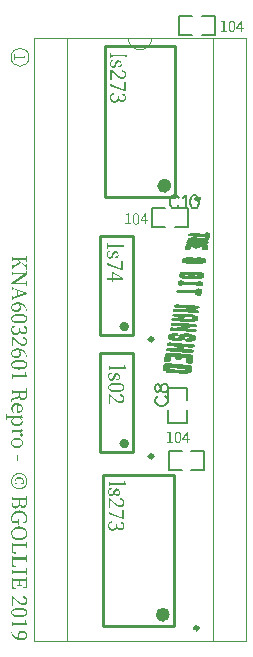
<source format=gto>
G04 Layer: TopSilkscreenLayer*
G04 EasyEDA v6.5.22, 2023-01-18 22:18:13*
G04 66d29df89567445d99ed279259f9073e,7be1179030e74d40a97a3c751b95adb4,10*
G04 Gerber Generator version 0.2*
G04 Scale: 100 percent, Rotated: No, Reflected: No *
G04 Dimensions in millimeters *
G04 leading zeros omitted , absolute positions ,4 integer and 5 decimal *
%FSLAX45Y45*%
%MOMM*%

%ADD10C,0.1524*%
%ADD11C,0.1200*%
%ADD12C,0.2540*%
%ADD13C,0.2000*%
%ADD14C,0.6000*%
%ADD15C,0.3000*%
%ADD16C,0.4000*%
%ADD17C,0.0116*%

%LPD*%
G36*
X3500628Y-3298901D02*
G01*
X3496005Y-3299307D01*
X3492042Y-3300780D01*
X3487826Y-3303473D01*
X3480409Y-3308858D01*
X3400856Y-3307486D01*
X3376168Y-3307283D01*
X3367176Y-3307384D01*
X3360013Y-3307740D01*
X3354527Y-3308350D01*
X3350412Y-3309264D01*
X3347415Y-3310483D01*
X3345383Y-3312058D01*
X3343910Y-3314090D01*
X3342894Y-3316528D01*
X3341420Y-3321862D01*
X3341065Y-3323996D01*
X3341065Y-3325876D01*
X3341522Y-3327501D01*
X3342487Y-3328873D01*
X3344062Y-3330092D01*
X3346348Y-3331108D01*
X3349396Y-3331921D01*
X3358235Y-3333140D01*
X3371291Y-3333902D01*
X3389274Y-3334410D01*
X3452876Y-3335375D01*
X3464610Y-3335883D01*
X3472230Y-3336594D01*
X3476751Y-3337560D01*
X3478174Y-3338169D01*
X3479139Y-3338880D01*
X3482441Y-3342386D01*
X3482340Y-3344468D01*
X3478682Y-3345230D01*
X3462375Y-3344316D01*
X3440887Y-3343503D01*
X3390595Y-3342386D01*
X3367379Y-3342284D01*
X3358743Y-3342538D01*
X3351834Y-3343046D01*
X3346500Y-3343808D01*
X3342487Y-3344875D01*
X3339592Y-3346348D01*
X3337661Y-3348228D01*
X3336493Y-3350514D01*
X3335832Y-3353308D01*
X3334969Y-3360978D01*
X3333648Y-3365804D01*
X3331870Y-3370529D01*
X3327501Y-3378555D01*
X3326384Y-3381959D01*
X3326333Y-3384854D01*
X3328466Y-3389731D01*
X3328365Y-3392017D01*
X3327044Y-3394456D01*
X3324453Y-3397199D01*
X3322116Y-3400247D01*
X3319881Y-3404870D01*
X3317849Y-3410559D01*
X3316071Y-3416858D01*
X3314801Y-3423259D01*
X3314039Y-3429304D01*
X3313887Y-3434537D01*
X3314547Y-3438398D01*
X3316630Y-3442157D01*
X3319678Y-3445001D01*
X3323539Y-3446983D01*
X3328009Y-3448202D01*
X3332937Y-3448558D01*
X3338068Y-3448202D01*
X3343198Y-3447084D01*
X3348126Y-3445256D01*
X3352698Y-3442715D01*
X3356711Y-3439566D01*
X3359912Y-3435807D01*
X3363874Y-3427628D01*
X3366109Y-3425240D01*
X3369310Y-3423970D01*
X3374136Y-3423361D01*
X3379012Y-3423361D01*
X3382670Y-3424174D01*
X3385769Y-3426053D01*
X3392220Y-3432759D01*
X3395929Y-3434689D01*
X3401364Y-3435553D01*
X3410000Y-3435756D01*
X3418179Y-3435553D01*
X3423920Y-3434740D01*
X3428136Y-3433114D01*
X3435350Y-3427984D01*
X3439109Y-3426307D01*
X3443427Y-3425342D01*
X3448405Y-3425037D01*
X3458616Y-3425037D01*
X3457041Y-3434587D01*
X3456940Y-3441801D01*
X3459987Y-3446627D01*
X3466896Y-3449726D01*
X3478529Y-3451707D01*
X3485184Y-3452215D01*
X3490366Y-3451961D01*
X3494887Y-3450844D01*
X3499459Y-3448761D01*
X3503777Y-3445916D01*
X3506571Y-3442208D01*
X3508349Y-3436416D01*
X3509822Y-3427222D01*
X3510635Y-3418586D01*
X3510584Y-3412236D01*
X3509467Y-3407460D01*
X3507232Y-3403498D01*
X3504742Y-3399840D01*
X3504082Y-3397351D01*
X3505352Y-3395268D01*
X3512769Y-3389376D01*
X3514394Y-3386124D01*
X3513378Y-3382264D01*
X3507486Y-3373577D01*
X3506825Y-3371342D01*
X3508146Y-3369665D01*
X3511499Y-3367836D01*
X3515664Y-3364890D01*
X3517595Y-3361182D01*
X3517290Y-3356864D01*
X3513531Y-3350006D01*
X3513785Y-3347872D01*
X3515715Y-3345586D01*
X3523691Y-3339439D01*
X3526078Y-3335680D01*
X3527145Y-3330143D01*
X3527399Y-3321507D01*
X3527145Y-3314242D01*
X3526332Y-3308807D01*
X3524961Y-3305200D01*
X3522929Y-3303117D01*
X3520287Y-3302050D01*
X3516376Y-3300984D01*
X3511702Y-3300018D01*
X3506825Y-3299358D01*
G37*
G36*
X3349599Y-3507232D02*
G01*
X3341268Y-3507435D01*
X3334054Y-3508197D01*
X3328517Y-3509467D01*
X3324301Y-3510787D01*
X3319779Y-3511854D01*
X3315614Y-3512565D01*
X3309112Y-3513277D01*
X3305352Y-3514496D01*
X3301441Y-3516325D01*
X3297885Y-3518509D01*
X3293922Y-3521913D01*
X3291586Y-3525621D01*
X3290417Y-3530498D01*
X3290240Y-3535375D01*
X3343351Y-3535375D01*
X3343605Y-3535019D01*
X3348685Y-3534664D01*
X3354222Y-3534918D01*
X3355035Y-3535273D01*
X3354273Y-3535679D01*
X3349853Y-3536137D01*
X3344773Y-3535730D01*
X3343351Y-3535375D01*
X3290240Y-3535375D01*
X3290163Y-3537508D01*
X3290671Y-3546043D01*
X3292856Y-3551326D01*
X3297682Y-3554526D01*
X3309416Y-3557574D01*
X3316173Y-3559911D01*
X3318611Y-3561130D01*
X3322726Y-3562553D01*
X3329330Y-3563620D01*
X3337610Y-3564432D01*
X3346856Y-3564890D01*
X3356254Y-3564991D01*
X3364992Y-3564686D01*
X3372408Y-3563975D01*
X3377590Y-3562807D01*
X3382111Y-3561435D01*
X3385413Y-3560927D01*
X3388156Y-3561435D01*
X3391052Y-3562858D01*
X3395065Y-3564178D01*
X3402228Y-3565448D01*
X3411778Y-3566515D01*
X3423005Y-3567328D01*
X3436620Y-3567887D01*
X3445814Y-3567836D01*
X3451910Y-3567074D01*
X3459327Y-3564229D01*
X3463086Y-3563162D01*
X3467049Y-3562451D01*
X3475736Y-3561740D01*
X3480104Y-3560622D01*
X3483864Y-3558743D01*
X3486962Y-3556203D01*
X3489401Y-3552951D01*
X3491179Y-3549040D01*
X3492246Y-3544468D01*
X3492601Y-3539286D01*
X3492296Y-3532936D01*
X3491331Y-3528364D01*
X3489553Y-3525113D01*
X3486810Y-3522827D01*
X3484168Y-3521456D01*
X3481324Y-3520287D01*
X3478529Y-3519525D01*
X3473704Y-3518966D01*
X3470503Y-3518103D01*
X3467100Y-3516833D01*
X3458667Y-3513124D01*
X3452520Y-3511448D01*
X3445560Y-3510229D01*
X3438042Y-3509518D01*
X3430219Y-3509314D01*
X3422294Y-3509670D01*
X3414572Y-3510534D01*
X3407257Y-3511956D01*
X3398621Y-3513937D01*
X3393186Y-3514648D01*
X3389426Y-3514140D01*
X3385921Y-3512413D01*
X3381451Y-3510635D01*
X3374948Y-3509162D01*
X3367074Y-3508095D01*
X3358387Y-3507435D01*
G37*
G36*
X3291027Y-3631031D02*
G01*
X3282696Y-3631437D01*
X3278936Y-3632403D01*
X3275584Y-3634028D01*
X3272688Y-3636365D01*
X3270148Y-3639413D01*
X3267964Y-3643274D01*
X3266135Y-3647948D01*
X3264611Y-3653485D01*
X3262928Y-3662629D01*
X3315462Y-3662629D01*
X3316427Y-3660648D01*
X3319526Y-3659581D01*
X3324758Y-3659327D01*
X3332378Y-3659886D01*
X3339642Y-3661054D01*
X3343351Y-3662476D01*
X3343198Y-3664051D01*
X3339134Y-3665677D01*
X3335385Y-3665982D01*
X3394557Y-3665982D01*
X3395218Y-3664458D01*
X3397453Y-3663492D01*
X3401364Y-3662934D01*
X3407206Y-3662730D01*
X3412998Y-3662934D01*
X3416960Y-3663492D01*
X3419144Y-3664458D01*
X3419856Y-3665982D01*
X3419144Y-3667455D01*
X3416960Y-3668420D01*
X3412998Y-3668979D01*
X3407206Y-3669182D01*
X3401364Y-3668979D01*
X3397453Y-3668420D01*
X3395218Y-3667455D01*
X3394557Y-3665982D01*
X3335385Y-3665982D01*
X3332886Y-3666185D01*
X3325063Y-3665626D01*
X3318306Y-3664305D01*
X3315462Y-3662629D01*
X3262928Y-3662629D01*
X3262274Y-3667404D01*
X3262629Y-3672078D01*
X3264763Y-3675379D01*
X3269132Y-3678732D01*
X3272688Y-3680815D01*
X3276396Y-3682542D01*
X3279851Y-3683711D01*
X3284931Y-3684473D01*
X3287471Y-3685235D01*
X3289909Y-3686454D01*
X3291840Y-3687876D01*
X3295091Y-3689654D01*
X3300831Y-3691077D01*
X3309670Y-3692144D01*
X3322269Y-3693007D01*
X3336493Y-3693617D01*
X3345687Y-3693515D01*
X3351987Y-3692448D01*
X3357473Y-3690264D01*
X3362655Y-3687876D01*
X3365906Y-3687165D01*
X3368446Y-3688029D01*
X3371748Y-3690518D01*
X3374390Y-3691991D01*
X3378504Y-3693312D01*
X3383838Y-3694480D01*
X3396742Y-3696157D01*
X3410813Y-3696970D01*
X3417620Y-3697020D01*
X3423818Y-3696766D01*
X3429152Y-3696258D01*
X3433368Y-3695395D01*
X3438855Y-3692906D01*
X3442665Y-3691686D01*
X3447034Y-3690772D01*
X3456838Y-3689502D01*
X3461410Y-3688181D01*
X3465271Y-3686149D01*
X3468420Y-3683254D01*
X3471011Y-3679545D01*
X3472992Y-3674922D01*
X3474516Y-3669233D01*
X3475634Y-3662527D01*
X3476498Y-3653688D01*
X3476244Y-3648201D01*
X3474618Y-3644696D01*
X3470300Y-3641242D01*
X3468115Y-3640074D01*
X3465118Y-3639108D01*
X3460800Y-3638245D01*
X3454400Y-3637483D01*
X3432810Y-3636010D01*
X3344875Y-3632149D01*
X3313785Y-3631234D01*
G37*
G36*
X3281324Y-3705250D02*
G01*
X3275076Y-3705453D01*
X3269234Y-3706266D01*
X3264103Y-3707688D01*
X3260191Y-3709822D01*
X3257448Y-3712921D01*
X3255264Y-3717391D01*
X3253638Y-3722827D01*
X3252673Y-3728618D01*
X3252419Y-3734358D01*
X3252876Y-3739438D01*
X3254146Y-3743502D01*
X3256279Y-3745890D01*
X3260090Y-3747566D01*
X3264662Y-3748735D01*
X3269792Y-3749497D01*
X3275177Y-3749751D01*
X3280562Y-3749598D01*
X3285693Y-3748938D01*
X3290315Y-3747820D01*
X3296970Y-3744874D01*
X3299866Y-3743858D01*
X3303473Y-3743198D01*
X3308502Y-3742842D01*
X3315563Y-3742791D01*
X3338423Y-3743604D01*
X3372053Y-3745179D01*
X3394608Y-3746550D01*
X3401720Y-3747262D01*
X3406851Y-3748074D01*
X3410559Y-3749090D01*
X3413302Y-3750360D01*
X3419754Y-3754323D01*
X3424174Y-3755898D01*
X3429609Y-3756710D01*
X3436467Y-3756964D01*
X3447694Y-3756304D01*
X3455568Y-3753967D01*
X3460800Y-3749700D01*
X3464204Y-3742994D01*
X3466693Y-3733901D01*
X3466795Y-3727043D01*
X3464458Y-3721709D01*
X3459530Y-3717290D01*
X3455619Y-3715105D01*
X3451199Y-3713530D01*
X3446424Y-3712514D01*
X3441446Y-3712057D01*
X3436416Y-3712210D01*
X3431387Y-3712972D01*
X3426612Y-3714292D01*
X3419500Y-3717594D01*
X3416604Y-3718610D01*
X3412947Y-3719220D01*
X3407867Y-3719576D01*
X3400755Y-3719626D01*
X3377895Y-3718915D01*
X3344011Y-3717442D01*
X3321354Y-3716121D01*
X3314395Y-3715461D01*
X3309518Y-3714648D01*
X3306165Y-3713632D01*
X3303778Y-3712362D01*
X3301746Y-3710736D01*
X3298088Y-3708450D01*
X3293211Y-3706774D01*
X3287471Y-3705707D01*
G37*
G36*
X3431184Y-3773932D02*
G01*
X3425342Y-3774287D01*
X3419856Y-3775303D01*
X3414928Y-3776878D01*
X3410915Y-3779062D01*
X3408222Y-3781196D01*
X3406038Y-3783431D01*
X3404565Y-3785362D01*
X3404006Y-3786886D01*
X3402533Y-3788257D01*
X3397250Y-3788918D01*
X3386886Y-3788918D01*
X3294735Y-3785565D01*
X3264915Y-3785158D01*
X3257448Y-3785362D01*
X3252165Y-3785819D01*
X3248761Y-3786428D01*
X3246983Y-3787241D01*
X3242868Y-3791661D01*
X3241243Y-3796029D01*
X3241954Y-3800195D01*
X3245154Y-3804056D01*
X3247339Y-3805783D01*
X3249574Y-3807155D01*
X3252571Y-3808171D01*
X3257092Y-3808984D01*
X3273399Y-3810203D01*
X3357016Y-3814064D01*
X3396691Y-3814826D01*
X3400501Y-3823360D01*
X3403041Y-3828389D01*
X3406698Y-3831285D01*
X3413963Y-3833164D01*
X3427323Y-3835146D01*
X3434486Y-3835146D01*
X3441547Y-3833622D01*
X3447440Y-3830828D01*
X3451098Y-3827170D01*
X3452317Y-3823715D01*
X3453637Y-3817924D01*
X3454958Y-3810660D01*
X3456025Y-3802634D01*
X3457041Y-3791813D01*
X3456889Y-3785311D01*
X3455212Y-3781501D01*
X3451707Y-3778554D01*
X3447592Y-3776472D01*
X3442614Y-3774998D01*
X3437077Y-3774135D01*
G37*
G36*
X3240328Y-3909466D02*
G01*
X3234639Y-3909720D01*
X3230270Y-3910685D01*
X3226612Y-3912412D01*
X3222345Y-3916934D01*
X3220669Y-3922776D01*
X3221634Y-3928465D01*
X3225342Y-3932631D01*
X3227273Y-3933647D01*
X3229356Y-3934409D01*
X3232200Y-3935069D01*
X3242310Y-3936034D01*
X3293313Y-3938473D01*
X3314344Y-3939794D01*
X3320542Y-3940657D01*
X3324453Y-3941673D01*
X3326587Y-3942994D01*
X3327349Y-3944721D01*
X3327349Y-3946906D01*
X3326637Y-3949954D01*
X3324555Y-3951427D01*
X3319729Y-3951681D01*
X3295650Y-3950157D01*
X3266084Y-3948734D01*
X3235198Y-3947769D01*
X3227679Y-3948023D01*
X3222294Y-3948734D01*
X3218535Y-3950055D01*
X3215995Y-3952087D01*
X3214166Y-3954881D01*
X3212642Y-3958640D01*
X3211982Y-3961485D01*
X3212388Y-3963974D01*
X3213912Y-3966260D01*
X3217672Y-3969105D01*
X3220313Y-3970223D01*
X3224123Y-3971239D01*
X3229660Y-3972204D01*
X3247796Y-3974084D01*
X3278581Y-3976166D01*
X3408679Y-3983380D01*
X3415537Y-3983177D01*
X3421075Y-3982465D01*
X3425444Y-3981196D01*
X3428644Y-3979367D01*
X3430828Y-3976878D01*
X3432098Y-3973728D01*
X3432505Y-3969867D01*
X3430930Y-3964584D01*
X3426714Y-3960215D01*
X3420567Y-3957269D01*
X3413150Y-3956151D01*
X3409289Y-3955237D01*
X3406292Y-3953001D01*
X3404819Y-3950258D01*
X3405530Y-3947668D01*
X3407105Y-3946906D01*
X3414674Y-3945280D01*
X3425951Y-3943553D01*
X3431082Y-3941876D01*
X3434892Y-3939692D01*
X3437483Y-3937050D01*
X3438651Y-3934104D01*
X3438347Y-3930954D01*
X3436620Y-3927652D01*
X3433267Y-3924300D01*
X3430270Y-3922572D01*
X3425342Y-3921099D01*
X3418332Y-3919778D01*
X3408984Y-3918559D01*
X3396945Y-3917442D01*
X3373374Y-3915918D01*
X3300933Y-3912615D01*
G37*
G36*
X3232861Y-3986174D02*
G01*
X3223361Y-3986631D01*
X3219754Y-3986987D01*
X3214420Y-3988155D01*
X3210915Y-3989832D01*
X3209645Y-3990898D01*
X3205937Y-3995369D01*
X3204464Y-3999433D01*
X3205124Y-4003040D01*
X3207918Y-4006037D01*
X3212693Y-4008526D01*
X3219450Y-4010304D01*
X3228136Y-4011422D01*
X3238601Y-4011828D01*
X3258413Y-4011828D01*
X3256788Y-4025392D01*
X3222040Y-4024782D01*
X3213963Y-4025239D01*
X3208426Y-4026306D01*
X3206615Y-4027119D01*
X3309315Y-4027119D01*
X3309365Y-4025595D01*
X3310483Y-4021277D01*
X3312007Y-4018076D01*
X3314598Y-4016501D01*
X3319729Y-4016248D01*
X3336493Y-4017416D01*
X3352444Y-4018127D01*
X3366668Y-4018381D01*
X3370630Y-4019245D01*
X3372154Y-4021480D01*
X3372408Y-4025798D01*
X3372154Y-4029760D01*
X3371189Y-4031894D01*
X3369056Y-4032605D01*
X3344265Y-4030573D01*
X3325317Y-4029456D01*
X3312058Y-4028338D01*
X3309670Y-4027881D01*
X3309315Y-4027119D01*
X3206615Y-4027119D01*
X3204464Y-4028084D01*
X3200857Y-4031081D01*
X3198876Y-4034434D01*
X3198368Y-4038041D01*
X3199333Y-4041597D01*
X3201568Y-4044899D01*
X3205022Y-4047744D01*
X3209645Y-4049979D01*
X3215233Y-4051300D01*
X3235452Y-4052671D01*
X3313988Y-4056634D01*
X3348634Y-4058665D01*
X3365601Y-4059275D01*
X3375660Y-4059377D01*
X3382467Y-4058970D01*
X3386836Y-4057954D01*
X3392017Y-4054703D01*
X3395370Y-4053535D01*
X3399332Y-4052773D01*
X3403600Y-4052519D01*
X3413201Y-4051300D01*
X3420313Y-4047845D01*
X3424682Y-4042156D01*
X3426155Y-4034485D01*
X3426561Y-4026966D01*
X3426917Y-4024020D01*
X3427729Y-4020667D01*
X3427679Y-4018584D01*
X3427272Y-4016298D01*
X3426510Y-4014012D01*
X3424783Y-4011523D01*
X3421837Y-4009237D01*
X3417620Y-4007307D01*
X3406851Y-4003954D01*
X3401364Y-4001922D01*
X3396437Y-3999687D01*
X3389223Y-3995572D01*
X3385362Y-3993997D01*
X3381451Y-3992879D01*
X3273856Y-3987292D01*
X3254044Y-3986479D01*
G37*
G36*
X3210814Y-4063949D02*
G01*
X3202279Y-4065422D01*
X3196742Y-4068775D01*
X3193592Y-4074160D01*
X3192881Y-4076954D01*
X3192780Y-4079392D01*
X3193338Y-4081526D01*
X3194659Y-4083405D01*
X3196793Y-4084980D01*
X3199841Y-4086402D01*
X3203905Y-4087571D01*
X3209086Y-4088587D01*
X3222955Y-4090263D01*
X3256889Y-4092651D01*
X3268726Y-4093718D01*
X3276396Y-4094784D01*
X3278378Y-4095242D01*
X3278835Y-4095597D01*
X3277311Y-4096258D01*
X3274364Y-4096765D01*
X3260191Y-4097172D01*
X3255670Y-4097883D01*
X3251962Y-4099306D01*
X3245002Y-4104081D01*
X3240328Y-4105300D01*
X3232708Y-4105503D01*
X3207613Y-4104233D01*
X3199942Y-4104386D01*
X3195167Y-4105351D01*
X3191713Y-4107434D01*
X3186684Y-4112615D01*
X3184448Y-4117949D01*
X3185007Y-4123080D01*
X3188462Y-4127601D01*
X3190849Y-4129125D01*
X3194558Y-4130446D01*
X3200044Y-4131614D01*
X3207664Y-4132783D01*
X3231388Y-4134967D01*
X3269284Y-4137304D01*
X3369462Y-4142638D01*
X3393389Y-4144162D01*
X3398875Y-4143857D01*
X3403142Y-4142638D01*
X3407257Y-4140250D01*
X3410508Y-4137710D01*
X3412286Y-4135170D01*
X3412845Y-4132326D01*
X3412236Y-4128871D01*
X3410915Y-4125468D01*
X3408883Y-4122572D01*
X3406140Y-4120134D01*
X3402736Y-4118101D01*
X3398570Y-4116527D01*
X3393694Y-4115409D01*
X3388004Y-4114647D01*
X3365347Y-4113784D01*
X3360369Y-4113326D01*
X3334308Y-4112209D01*
X3330600Y-4111853D01*
X3331667Y-4111294D01*
X3341624Y-4109364D01*
X3346450Y-4107942D01*
X3350920Y-4106265D01*
X3358794Y-4102354D01*
X3364179Y-4101236D01*
X3372154Y-4100931D01*
X3393541Y-4101541D01*
X3400856Y-4101439D01*
X3406546Y-4100931D01*
X3410712Y-4099814D01*
X3413607Y-4098137D01*
X3415436Y-4095800D01*
X3416401Y-4092651D01*
X3416655Y-4088688D01*
X3416300Y-4084624D01*
X3415131Y-4081576D01*
X3412947Y-4079290D01*
X3409543Y-4077411D01*
X3404565Y-4076090D01*
X3396183Y-4074820D01*
X3385565Y-4073702D01*
X3323132Y-4069892D01*
X3222904Y-4064152D01*
G37*
G36*
X3231184Y-4147464D02*
G01*
X3224733Y-4147921D01*
X3218738Y-4149090D01*
X3209594Y-4152646D01*
X3205124Y-4154017D01*
X3200654Y-4154982D01*
X3191713Y-4155694D01*
X3187192Y-4156862D01*
X3183178Y-4158792D01*
X3179724Y-4161485D01*
X3176828Y-4164990D01*
X3174441Y-4169206D01*
X3172663Y-4174236D01*
X3171393Y-4179976D01*
X3170580Y-4186529D01*
X3170377Y-4191965D01*
X3170885Y-4196384D01*
X3172206Y-4199940D01*
X3174288Y-4202734D01*
X3177286Y-4204868D01*
X3181248Y-4206494D01*
X3191154Y-4208983D01*
X3196082Y-4210710D01*
X3200450Y-4212793D01*
X3207715Y-4217517D01*
X3213658Y-4219194D01*
X3223564Y-4220210D01*
X3248761Y-4221327D01*
X3261715Y-4221530D01*
X3266084Y-4221276D01*
X3269488Y-4220819D01*
X3272231Y-4220057D01*
X3274720Y-4219041D01*
X3280816Y-4215892D01*
X3285032Y-4214469D01*
X3289401Y-4213504D01*
X3293313Y-4213148D01*
X3301288Y-4211980D01*
X3307537Y-4208475D01*
X3312109Y-4202684D01*
X3314903Y-4194606D01*
X3316325Y-4189272D01*
X3318052Y-4186021D01*
X3320643Y-4184243D01*
X3324504Y-4183481D01*
X3334359Y-4183227D01*
X3341420Y-4184548D01*
X3345687Y-4187393D01*
X3347110Y-4191863D01*
X3346856Y-4194505D01*
X3346196Y-4196283D01*
X3345129Y-4197146D01*
X3341827Y-4196537D01*
X3339033Y-4196384D01*
X3332479Y-4196943D01*
X3326129Y-4199585D01*
X3320897Y-4204411D01*
X3317798Y-4210151D01*
X3317849Y-4215638D01*
X3320796Y-4219651D01*
X3325825Y-4223054D01*
X3332429Y-4225645D01*
X3339947Y-4227423D01*
X3347821Y-4228185D01*
X3355492Y-4227931D01*
X3362299Y-4226509D01*
X3370732Y-4222089D01*
X3374593Y-4220718D01*
X3378911Y-4219854D01*
X3389071Y-4219244D01*
X3393744Y-4218330D01*
X3397554Y-4216603D01*
X3400551Y-4214063D01*
X3402837Y-4210507D01*
X3404565Y-4205884D01*
X3405784Y-4200144D01*
X3406546Y-4193082D01*
X3407156Y-4182872D01*
X3406597Y-4177029D01*
X3404158Y-4173626D01*
X3399231Y-4170629D01*
X3395472Y-4168851D01*
X3391611Y-4167378D01*
X3388207Y-4166362D01*
X3383026Y-4165600D01*
X3379673Y-4164431D01*
X3375964Y-4162704D01*
X3369716Y-4159046D01*
X3367024Y-4157776D01*
X3364026Y-4156760D01*
X3360420Y-4155948D01*
X3350463Y-4154779D01*
X3334918Y-4153915D01*
X3319322Y-4153357D01*
X3309620Y-4153509D01*
X3303676Y-4154525D01*
X3296107Y-4158132D01*
X3292398Y-4159250D01*
X3288588Y-4159910D01*
X3280765Y-4160012D01*
X3276549Y-4160977D01*
X3272586Y-4162704D01*
X3268979Y-4165142D01*
X3265830Y-4168292D01*
X3263188Y-4171950D01*
X3261156Y-4176166D01*
X3258007Y-4187596D01*
X3254756Y-4191000D01*
X3248304Y-4191660D01*
X3236772Y-4190390D01*
X3231743Y-4189476D01*
X3228746Y-4188155D01*
X3227273Y-4186123D01*
X3226866Y-4183024D01*
X3227171Y-4179824D01*
X3228543Y-4178046D01*
X3231540Y-4177284D01*
X3242818Y-4176826D01*
X3247847Y-4175556D01*
X3252012Y-4173474D01*
X3255111Y-4170679D01*
X3257143Y-4167276D01*
X3257956Y-4163415D01*
X3257448Y-4159199D01*
X3255619Y-4154678D01*
X3253079Y-4152087D01*
X3248964Y-4150055D01*
X3243681Y-4148582D01*
X3237585Y-4147667D01*
G37*
G36*
X3186328Y-4230878D02*
G01*
X3178352Y-4231233D01*
X3175558Y-4231690D01*
X3173323Y-4232300D01*
X3168548Y-4234789D01*
X3164941Y-4238193D01*
X3162655Y-4242104D01*
X3161639Y-4246321D01*
X3161893Y-4250486D01*
X3163519Y-4254347D01*
X3166516Y-4257548D01*
X3170885Y-4259783D01*
X3175660Y-4260799D01*
X3183585Y-4261815D01*
X3193542Y-4262780D01*
X3215640Y-4264152D01*
X3224784Y-4264914D01*
X3231997Y-4265777D01*
X3237484Y-4266793D01*
X3241395Y-4268012D01*
X3243986Y-4269486D01*
X3245408Y-4271213D01*
X3245866Y-4273346D01*
X3245764Y-4274820D01*
X3245256Y-4275937D01*
X3243935Y-4276699D01*
X3241395Y-4277156D01*
X3231286Y-4277156D01*
X3176828Y-4274870D01*
X3171799Y-4274820D01*
X3165602Y-4275937D01*
X3160725Y-4278731D01*
X3157270Y-4283252D01*
X3155188Y-4289399D01*
X3154832Y-4291634D01*
X3154781Y-4293717D01*
X3155086Y-4295648D01*
X3155746Y-4297375D01*
X3156813Y-4299000D01*
X3158388Y-4300474D01*
X3160471Y-4301794D01*
X3163163Y-4303014D01*
X3170377Y-4305198D01*
X3180486Y-4307027D01*
X3193796Y-4308602D01*
X3210712Y-4310075D01*
X3364484Y-4318965D01*
X3370834Y-4319117D01*
X3376269Y-4318609D01*
X3380892Y-4317441D01*
X3384651Y-4315663D01*
X3387547Y-4313174D01*
X3389629Y-4310024D01*
X3390900Y-4306214D01*
X3391306Y-4301693D01*
X3390900Y-4298340D01*
X3389477Y-4295495D01*
X3386836Y-4293108D01*
X3382822Y-4291126D01*
X3377336Y-4289501D01*
X3370173Y-4288180D01*
X3361232Y-4287012D01*
X3335070Y-4284878D01*
X3315106Y-4282948D01*
X3309365Y-4281982D01*
X3305759Y-4280916D01*
X3303778Y-4279595D01*
X3302965Y-4277969D01*
X3302863Y-4273296D01*
X3303270Y-4272432D01*
X3304286Y-4271772D01*
X3306165Y-4271365D01*
X3313328Y-4271162D01*
X3326790Y-4271873D01*
X3362909Y-4274413D01*
X3372154Y-4274870D01*
X3378708Y-4274566D01*
X3383889Y-4273346D01*
X3389020Y-4271010D01*
X3395421Y-4265777D01*
X3397859Y-4259681D01*
X3396234Y-4253433D01*
X3390595Y-4247997D01*
X3386378Y-4245965D01*
X3380841Y-4244340D01*
X3374085Y-4243171D01*
X3206191Y-4231640D01*
G37*
G36*
X3171850Y-4318558D02*
G01*
X3164281Y-4318660D01*
X3158896Y-4319219D01*
X3155543Y-4320286D01*
X3152851Y-4322470D01*
X3150260Y-4325924D01*
X3147822Y-4330446D01*
X3145586Y-4335983D01*
X3143605Y-4342434D01*
X3141929Y-4349648D01*
X3140557Y-4357624D01*
X3139541Y-4366158D01*
X3138525Y-4378502D01*
X3138728Y-4385665D01*
X3140608Y-4389780D01*
X3144570Y-4392980D01*
X3148787Y-4395419D01*
X3153206Y-4396740D01*
X3158947Y-4397146D01*
X3167024Y-4396790D01*
X3173374Y-4396232D01*
X3179216Y-4395368D01*
X3183940Y-4394301D01*
X3186938Y-4393234D01*
X3189020Y-4390847D01*
X3191256Y-4386224D01*
X3193389Y-4379976D01*
X3195269Y-4372610D01*
X3196691Y-4366006D01*
X3198063Y-4361129D01*
X3199739Y-4357674D01*
X3201974Y-4355541D01*
X3205124Y-4354474D01*
X3209493Y-4354271D01*
X3215487Y-4354779D01*
X3223310Y-4355795D01*
X3228136Y-4356709D01*
X3231184Y-4357928D01*
X3232759Y-4359757D01*
X3233572Y-4364837D01*
X3234588Y-4367784D01*
X3236061Y-4370832D01*
X3237839Y-4373626D01*
X3240735Y-4376674D01*
X3244291Y-4378706D01*
X3249117Y-4379976D01*
X3256026Y-4380738D01*
X3262020Y-4380941D01*
X3267506Y-4380636D01*
X3272434Y-4379772D01*
X3276854Y-4378350D01*
X3280664Y-4376470D01*
X3283864Y-4374032D01*
X3286455Y-4371086D01*
X3290315Y-4364228D01*
X3292652Y-4362145D01*
X3296056Y-4361180D01*
X3301085Y-4360926D01*
X3308705Y-4361027D01*
X3314547Y-4361383D01*
X3318764Y-4362246D01*
X3321659Y-4363821D01*
X3323488Y-4366310D01*
X3324453Y-4369968D01*
X3324860Y-4374997D01*
X3325164Y-4391456D01*
X3326180Y-4397552D01*
X3328517Y-4401566D01*
X3332683Y-4404918D01*
X3337001Y-4407154D01*
X3342132Y-4408779D01*
X3347872Y-4409897D01*
X3353815Y-4410354D01*
X3359708Y-4410202D01*
X3365195Y-4409490D01*
X3369919Y-4408119D01*
X3373678Y-4406087D01*
X3376269Y-4403140D01*
X3378555Y-4398568D01*
X3380587Y-4392726D01*
X3382314Y-4385868D01*
X3383635Y-4378452D01*
X3384600Y-4370679D01*
X3385108Y-4362958D01*
X3385159Y-4355642D01*
X3384753Y-4348988D01*
X3383787Y-4343349D01*
X3382314Y-4339132D01*
X3380282Y-4336542D01*
X3377336Y-4335221D01*
X3372967Y-4333951D01*
X3367633Y-4332884D01*
X3358591Y-4331919D01*
X3303219Y-4327347D01*
X3253028Y-4323537D01*
X3194354Y-4319727D01*
G37*
G36*
X3153918Y-4407560D02*
G01*
X3145637Y-4408220D01*
X3142691Y-4408932D01*
X3140506Y-4409795D01*
X3137865Y-4411980D01*
X3135477Y-4415383D01*
X3133293Y-4419803D01*
X3131362Y-4425188D01*
X3129788Y-4431284D01*
X3128568Y-4437989D01*
X3127756Y-4445152D01*
X3127509Y-4451197D01*
X3184144Y-4451197D01*
X3185414Y-4448098D01*
X3187344Y-4444847D01*
X3198012Y-4445101D01*
X3299968Y-4452010D01*
X3305759Y-4452772D01*
X3309924Y-4453636D01*
X3312718Y-4454702D01*
X3314395Y-4456023D01*
X3315208Y-4457750D01*
X3315462Y-4459833D01*
X3314954Y-4462272D01*
X3312515Y-4463440D01*
X3306572Y-4463592D01*
X3261867Y-4460494D01*
X3203397Y-4455718D01*
X3195218Y-4454855D01*
X3189681Y-4454042D01*
X3186277Y-4453229D01*
X3184601Y-4452315D01*
X3184144Y-4451197D01*
X3127509Y-4451197D01*
X3127552Y-4461967D01*
X3128365Y-4467809D01*
X3130194Y-4471263D01*
X3133394Y-4473498D01*
X3136290Y-4474667D01*
X3139694Y-4475632D01*
X3143148Y-4476292D01*
X3149396Y-4477004D01*
X3152952Y-4478375D01*
X3156559Y-4480356D01*
X3164128Y-4486198D01*
X3169412Y-4488230D01*
X3177692Y-4489500D01*
X3230930Y-4493158D01*
X3306572Y-4498695D01*
X3313582Y-4498898D01*
X3318611Y-4498746D01*
X3322320Y-4498289D01*
X3325215Y-4497476D01*
X3332073Y-4494784D01*
X3337306Y-4493361D01*
X3343046Y-4492244D01*
X3354984Y-4490618D01*
X3360318Y-4488891D01*
X3364636Y-4486300D01*
X3368090Y-4482592D01*
X3370681Y-4477715D01*
X3372662Y-4471466D01*
X3373983Y-4463694D01*
X3374898Y-4454296D01*
X3375406Y-4442815D01*
X3375050Y-4435551D01*
X3373424Y-4431030D01*
X3370376Y-4427728D01*
X3366820Y-4425391D01*
X3362248Y-4423714D01*
X3356305Y-4422546D01*
X3348685Y-4421784D01*
X3250590Y-4414469D01*
X3165602Y-4407814D01*
G37*
G36*
X1845564Y-3496564D02*
G01*
X1845564Y-3550920D01*
X1852422Y-3550920D01*
X1854454Y-3532632D01*
X1890775Y-3532378D01*
X1914143Y-3551682D01*
X1854200Y-3583940D01*
X1852422Y-3567684D01*
X1845564Y-3567684D01*
X1845564Y-3617722D01*
X1852422Y-3617722D01*
X1854200Y-3602482D01*
X1926589Y-3562350D01*
X1966722Y-3595370D01*
X1969007Y-3613912D01*
X1975866Y-3613912D01*
X1975866Y-3569208D01*
X1969007Y-3569208D01*
X1966468Y-3584701D01*
X1902206Y-3532378D01*
X1967230Y-3532632D01*
X1969007Y-3551174D01*
X1975866Y-3551174D01*
X1975866Y-3496564D01*
X1969007Y-3496564D01*
X1967230Y-3514851D01*
X1941525Y-3515055D01*
X1873453Y-3515055D01*
X1854200Y-3514851D01*
X1852422Y-3496564D01*
G37*
G36*
X1845564Y-3625342D02*
G01*
X1845564Y-3671315D01*
X1852422Y-3671315D01*
X1854962Y-3650487D01*
X1953514Y-3650234D01*
X1844293Y-3729736D01*
X1844293Y-3736594D01*
X1966722Y-3736848D01*
X1969007Y-3753104D01*
X1975866Y-3753104D01*
X1975866Y-3707129D01*
X1969007Y-3707129D01*
X1966722Y-3727958D01*
X1876298Y-3728212D01*
X1975866Y-3656329D01*
X1975866Y-3626358D01*
X1969007Y-3626358D01*
X1967230Y-3640074D01*
X1964943Y-3642106D01*
X1854707Y-3641851D01*
X1852422Y-3625342D01*
G37*
G36*
X1845564Y-3754882D02*
G01*
X1845564Y-3798315D01*
X1852422Y-3798315D01*
X1854707Y-3779265D01*
X1888743Y-3790442D01*
X1888743Y-3792982D01*
X1896364Y-3792982D01*
X1956816Y-3812794D01*
X1896364Y-3833114D01*
X1896364Y-3792982D01*
X1888743Y-3792982D01*
X1888743Y-3835654D01*
X1854707Y-3846829D01*
X1852422Y-3827779D01*
X1845564Y-3827779D01*
X1845564Y-3880612D01*
X1852422Y-3880612D01*
X1854200Y-3865372D01*
X1976882Y-3823462D01*
X1976882Y-3812032D01*
X1854707Y-3770629D01*
X1852422Y-3754882D01*
G37*
G36*
X1898904Y-3890264D02*
G01*
X1890420Y-3890619D01*
X1882597Y-3891584D01*
X1875383Y-3893210D01*
X1868830Y-3895445D01*
X1862988Y-3898239D01*
X1857806Y-3901643D01*
X1853387Y-3905554D01*
X1849729Y-3909974D01*
X1846834Y-3914901D01*
X1844751Y-3920286D01*
X1843430Y-3926179D01*
X1843051Y-3932936D01*
X1850643Y-3932936D01*
X1850999Y-3929075D01*
X1852066Y-3925468D01*
X1853844Y-3922166D01*
X1856282Y-3919169D01*
X1859483Y-3916476D01*
X1863394Y-3914089D01*
X1867966Y-3912057D01*
X1873250Y-3910380D01*
X1879244Y-3909060D01*
X1885950Y-3908094D01*
X1893366Y-3907485D01*
X1905254Y-3907282D01*
X1909622Y-3913225D01*
X1912518Y-3919575D01*
X1914143Y-3926027D01*
X1914652Y-3932428D01*
X1914194Y-3937457D01*
X1912823Y-3941927D01*
X1910435Y-3945890D01*
X1907082Y-3949242D01*
X1902714Y-3951935D01*
X1897278Y-3953916D01*
X1890775Y-3955135D01*
X1883156Y-3955542D01*
X1875485Y-3955135D01*
X1868881Y-3953916D01*
X1863293Y-3951935D01*
X1858721Y-3949293D01*
X1855165Y-3945991D01*
X1852675Y-3942130D01*
X1851152Y-3937762D01*
X1850643Y-3932936D01*
X1843051Y-3932936D01*
X1843328Y-3938117D01*
X1844293Y-3943502D01*
X1845919Y-3948531D01*
X1848104Y-3953154D01*
X1850948Y-3957370D01*
X1854352Y-3961129D01*
X1858314Y-3964381D01*
X1862836Y-3967175D01*
X1867865Y-3969359D01*
X1873504Y-3970985D01*
X1879600Y-3971950D01*
X1886204Y-3972306D01*
X1891944Y-3972001D01*
X1897278Y-3971137D01*
X1902256Y-3969765D01*
X1906828Y-3967835D01*
X1910943Y-3965397D01*
X1914601Y-3962552D01*
X1917801Y-3959199D01*
X1920443Y-3955440D01*
X1922525Y-3951325D01*
X1924050Y-3946804D01*
X1925015Y-3941927D01*
X1925320Y-3936746D01*
X1924456Y-3929024D01*
X1921967Y-3921506D01*
X1917903Y-3914394D01*
X1912366Y-3907790D01*
X1918207Y-3908602D01*
X1923796Y-3909822D01*
X1929130Y-3911346D01*
X1934159Y-3913225D01*
X1938934Y-3915460D01*
X1943455Y-3918051D01*
X1947672Y-3921048D01*
X1951634Y-3924452D01*
X1955292Y-3928262D01*
X1958695Y-3932428D01*
X1961794Y-3937050D01*
X1964639Y-3942029D01*
X1967230Y-3947464D01*
X1969516Y-3953357D01*
X1971548Y-3959707D01*
X1973325Y-3966464D01*
X1978660Y-3965448D01*
X1977593Y-3958386D01*
X1976069Y-3951630D01*
X1974240Y-3945178D01*
X1971954Y-3939082D01*
X1969363Y-3933342D01*
X1966417Y-3927906D01*
X1963166Y-3922877D01*
X1959610Y-3918153D01*
X1955749Y-3913784D01*
X1951634Y-3909771D01*
X1947265Y-3906113D01*
X1942642Y-3902811D01*
X1937766Y-3899915D01*
X1932736Y-3897376D01*
X1927453Y-3895242D01*
X1922068Y-3893464D01*
X1916480Y-3892042D01*
X1910740Y-3891076D01*
X1904898Y-3890467D01*
G37*
G36*
X1911604Y-3988054D02*
G01*
X1902561Y-3988308D01*
X1894230Y-3988968D01*
X1886610Y-3990035D01*
X1879650Y-3991508D01*
X1873402Y-3993337D01*
X1867814Y-3995521D01*
X1862836Y-3997960D01*
X1858467Y-4000703D01*
X1854657Y-4003700D01*
X1851456Y-4006900D01*
X1848815Y-4010304D01*
X1846681Y-4013860D01*
X1845056Y-4017568D01*
X1843887Y-4021378D01*
X1843227Y-4025290D01*
X1843024Y-4029201D01*
X1850643Y-4029201D01*
X1850898Y-4026103D01*
X1851812Y-4023106D01*
X1853336Y-4020210D01*
X1855673Y-4017467D01*
X1858822Y-4014927D01*
X1862937Y-4012590D01*
X1868017Y-4010507D01*
X1874215Y-4008729D01*
X1881632Y-4007307D01*
X1890268Y-4006240D01*
X1900224Y-4005579D01*
X1911604Y-4005326D01*
X1922627Y-4005579D01*
X1932279Y-4006240D01*
X1940661Y-4007307D01*
X1947824Y-4008729D01*
X1953869Y-4010507D01*
X1958797Y-4012590D01*
X1962810Y-4014927D01*
X1965909Y-4017467D01*
X1968144Y-4020210D01*
X1969668Y-4023106D01*
X1970532Y-4026103D01*
X1970786Y-4029201D01*
X1970532Y-4032148D01*
X1969668Y-4035044D01*
X1968144Y-4037837D01*
X1965909Y-4040479D01*
X1962810Y-4042968D01*
X1958797Y-4045254D01*
X1953869Y-4047236D01*
X1947824Y-4048963D01*
X1940661Y-4050385D01*
X1932279Y-4051452D01*
X1922627Y-4052112D01*
X1911604Y-4052315D01*
X1900275Y-4052112D01*
X1890318Y-4051452D01*
X1881733Y-4050385D01*
X1874367Y-4048963D01*
X1868170Y-4047236D01*
X1863039Y-4045254D01*
X1858924Y-4042968D01*
X1855724Y-4040479D01*
X1853387Y-4037837D01*
X1851812Y-4035044D01*
X1850898Y-4032148D01*
X1850643Y-4029201D01*
X1843024Y-4029201D01*
X1843227Y-4033012D01*
X1843887Y-4036771D01*
X1845056Y-4040479D01*
X1846681Y-4044086D01*
X1848815Y-4047591D01*
X1851456Y-4050893D01*
X1854657Y-4054043D01*
X1858467Y-4056989D01*
X1862836Y-4059732D01*
X1867814Y-4062171D01*
X1873402Y-4064304D01*
X1879650Y-4066133D01*
X1886610Y-4067606D01*
X1894230Y-4068673D01*
X1902561Y-4069334D01*
X1911604Y-4069587D01*
X1920392Y-4069334D01*
X1928469Y-4068673D01*
X1935886Y-4067606D01*
X1942642Y-4066133D01*
X1948789Y-4064304D01*
X1954275Y-4062171D01*
X1959152Y-4059732D01*
X1963420Y-4056989D01*
X1967128Y-4054043D01*
X1970278Y-4050893D01*
X1972919Y-4047591D01*
X1975053Y-4044086D01*
X1976628Y-4040479D01*
X1977796Y-4036771D01*
X1978456Y-4033012D01*
X1978660Y-4029201D01*
X1978456Y-4025290D01*
X1977796Y-4021378D01*
X1976628Y-4017568D01*
X1975053Y-4013860D01*
X1972919Y-4010304D01*
X1970278Y-4006900D01*
X1967128Y-4003700D01*
X1963420Y-4000703D01*
X1959152Y-3997960D01*
X1954275Y-3995521D01*
X1948789Y-3993337D01*
X1942642Y-3991508D01*
X1935886Y-3990035D01*
X1928469Y-3988968D01*
X1920392Y-3988308D01*
G37*
G36*
X1870202Y-4086098D02*
G01*
X1863547Y-4087926D01*
X1857908Y-4090720D01*
X1853234Y-4094378D01*
X1849475Y-4098848D01*
X1846580Y-4104081D01*
X1844598Y-4109974D01*
X1843430Y-4116425D01*
X1843024Y-4123436D01*
X1843328Y-4129786D01*
X1844293Y-4135780D01*
X1845818Y-4141317D01*
X1847900Y-4146397D01*
X1850491Y-4151020D01*
X1853539Y-4155084D01*
X1857095Y-4158640D01*
X1861007Y-4161586D01*
X1865325Y-4163974D01*
X1869948Y-4165701D01*
X1874875Y-4166768D01*
X1880107Y-4167124D01*
X1886356Y-4166666D01*
X1892198Y-4165244D01*
X1897481Y-4162856D01*
X1902206Y-4159453D01*
X1906320Y-4155033D01*
X1909775Y-4149547D01*
X1912467Y-4142994D01*
X1914398Y-4135374D01*
X1916785Y-4141673D01*
X1919681Y-4147210D01*
X1923084Y-4151934D01*
X1926996Y-4155897D01*
X1931314Y-4158996D01*
X1936089Y-4161231D01*
X1941220Y-4162602D01*
X1946656Y-4163060D01*
X1953514Y-4162399D01*
X1959711Y-4160469D01*
X1965147Y-4157370D01*
X1969820Y-4153103D01*
X1973580Y-4147820D01*
X1976323Y-4141520D01*
X1978050Y-4134307D01*
X1978660Y-4126229D01*
X1978253Y-4119626D01*
X1977085Y-4113428D01*
X1975104Y-4107687D01*
X1972360Y-4102506D01*
X1968855Y-4098036D01*
X1964537Y-4094327D01*
X1959406Y-4091482D01*
X1953514Y-4089654D01*
X1950313Y-4091279D01*
X1948180Y-4093362D01*
X1947011Y-4095902D01*
X1946656Y-4098798D01*
X1947367Y-4102912D01*
X1949602Y-4105910D01*
X1953310Y-4108145D01*
X1958593Y-4109974D01*
X1969770Y-4113022D01*
X1970379Y-4115612D01*
X1970786Y-4120387D01*
X1970379Y-4127855D01*
X1969160Y-4132681D01*
X1967128Y-4136847D01*
X1964334Y-4140352D01*
X1960778Y-4143095D01*
X1956511Y-4145127D01*
X1951532Y-4146397D01*
X1945893Y-4146804D01*
X1939696Y-4146296D01*
X1934260Y-4144772D01*
X1929587Y-4142333D01*
X1925726Y-4139031D01*
X1922678Y-4134865D01*
X1920493Y-4129989D01*
X1919173Y-4124350D01*
X1918716Y-4118101D01*
X1918716Y-4110482D01*
X1909825Y-4110482D01*
X1909825Y-4119879D01*
X1909318Y-4126941D01*
X1907793Y-4133087D01*
X1905304Y-4138269D01*
X1901952Y-4142536D01*
X1897735Y-4145838D01*
X1892706Y-4148226D01*
X1886864Y-4149648D01*
X1880362Y-4150106D01*
X1874062Y-4149598D01*
X1868322Y-4148124D01*
X1863242Y-4145737D01*
X1858924Y-4142435D01*
X1855419Y-4138218D01*
X1852828Y-4133189D01*
X1851202Y-4127296D01*
X1850643Y-4120642D01*
X1850898Y-4115257D01*
X1851914Y-4109465D01*
X1863598Y-4106418D01*
X1869338Y-4104487D01*
X1873300Y-4102303D01*
X1875586Y-4099509D01*
X1876298Y-4095750D01*
X1875891Y-4092752D01*
X1874774Y-4090162D01*
X1872894Y-4087977D01*
G37*
G36*
X1949196Y-4183887D02*
G01*
X1946656Y-4185665D01*
X1944725Y-4187850D01*
X1943506Y-4190492D01*
X1943100Y-4193540D01*
X1943760Y-4196892D01*
X1945893Y-4199737D01*
X1949754Y-4202125D01*
X1955546Y-4204208D01*
X1969770Y-4208018D01*
X1970582Y-4213707D01*
X1970786Y-4218432D01*
X1970278Y-4223664D01*
X1968804Y-4228388D01*
X1966468Y-4232452D01*
X1963216Y-4235907D01*
X1959203Y-4238650D01*
X1954479Y-4240631D01*
X1949094Y-4241901D01*
X1943100Y-4242308D01*
X1937308Y-4241901D01*
X1931517Y-4240631D01*
X1925574Y-4238498D01*
X1919427Y-4235500D01*
X1913026Y-4231589D01*
X1906219Y-4226763D01*
X1898904Y-4221022D01*
X1879396Y-4204157D01*
X1857756Y-4184904D01*
X1845564Y-4184904D01*
X1845564Y-4264914D01*
X1860550Y-4264914D01*
X1860550Y-4197350D01*
X1898142Y-4233265D01*
X1909572Y-4243324D01*
X1914550Y-4247337D01*
X1919224Y-4250740D01*
X1923592Y-4253484D01*
X1927809Y-4255668D01*
X1931873Y-4257344D01*
X1935886Y-4258462D01*
X1939950Y-4259122D01*
X1944116Y-4259326D01*
X1949043Y-4259072D01*
X1953717Y-4258360D01*
X1958086Y-4257192D01*
X1962099Y-4255516D01*
X1965756Y-4253280D01*
X1969007Y-4250588D01*
X1971852Y-4247337D01*
X1974240Y-4243578D01*
X1976120Y-4239310D01*
X1977491Y-4234434D01*
X1978355Y-4228998D01*
X1978660Y-4223004D01*
X1978202Y-4215892D01*
X1976831Y-4209135D01*
X1974494Y-4202887D01*
X1971243Y-4197248D01*
X1967128Y-4192422D01*
X1962048Y-4188460D01*
X1956054Y-4185564D01*
G37*
G36*
X1898904Y-4280662D02*
G01*
X1890420Y-4281017D01*
X1882597Y-4281982D01*
X1875383Y-4283608D01*
X1868830Y-4285843D01*
X1862988Y-4288637D01*
X1857806Y-4292041D01*
X1853387Y-4295952D01*
X1849729Y-4300372D01*
X1846834Y-4305300D01*
X1844751Y-4310684D01*
X1843430Y-4316577D01*
X1843050Y-4323334D01*
X1850643Y-4323334D01*
X1850999Y-4319473D01*
X1852066Y-4315866D01*
X1853844Y-4312564D01*
X1856282Y-4309567D01*
X1859483Y-4306874D01*
X1863394Y-4304487D01*
X1867966Y-4302455D01*
X1873250Y-4300778D01*
X1879244Y-4299458D01*
X1885950Y-4298492D01*
X1893366Y-4297883D01*
X1905254Y-4297680D01*
X1909622Y-4303776D01*
X1912518Y-4310075D01*
X1914143Y-4316476D01*
X1914652Y-4322826D01*
X1914194Y-4327855D01*
X1912823Y-4332325D01*
X1910435Y-4336288D01*
X1907082Y-4339640D01*
X1902714Y-4342333D01*
X1897278Y-4344314D01*
X1890775Y-4345533D01*
X1883156Y-4345940D01*
X1875485Y-4345533D01*
X1868881Y-4344314D01*
X1863293Y-4342333D01*
X1858721Y-4339691D01*
X1855165Y-4336389D01*
X1852675Y-4332528D01*
X1851152Y-4328160D01*
X1850643Y-4323334D01*
X1843050Y-4323334D01*
X1843328Y-4328566D01*
X1844293Y-4334002D01*
X1845919Y-4339031D01*
X1848104Y-4343654D01*
X1850948Y-4347870D01*
X1854352Y-4351629D01*
X1858314Y-4354880D01*
X1862836Y-4357624D01*
X1867865Y-4359808D01*
X1873504Y-4361383D01*
X1879600Y-4362348D01*
X1886204Y-4362704D01*
X1891944Y-4362399D01*
X1897278Y-4361535D01*
X1902256Y-4360164D01*
X1906828Y-4358233D01*
X1910943Y-4355846D01*
X1914601Y-4352950D01*
X1917801Y-4349648D01*
X1920443Y-4345940D01*
X1922525Y-4341825D01*
X1924050Y-4337354D01*
X1925015Y-4332528D01*
X1925320Y-4327398D01*
X1924456Y-4319524D01*
X1921967Y-4311954D01*
X1917903Y-4304893D01*
X1912366Y-4298442D01*
X1918207Y-4299254D01*
X1923796Y-4300372D01*
X1929130Y-4301896D01*
X1934159Y-4303725D01*
X1938934Y-4305960D01*
X1943455Y-4308602D01*
X1947672Y-4311599D01*
X1951634Y-4315002D01*
X1955292Y-4318762D01*
X1958695Y-4322927D01*
X1961794Y-4327550D01*
X1964639Y-4332528D01*
X1967230Y-4337964D01*
X1969516Y-4343857D01*
X1971548Y-4350105D01*
X1973325Y-4356862D01*
X1978660Y-4355846D01*
X1977593Y-4348784D01*
X1976069Y-4342028D01*
X1974240Y-4335576D01*
X1971954Y-4329480D01*
X1969363Y-4323740D01*
X1966417Y-4318304D01*
X1963166Y-4313275D01*
X1959610Y-4308551D01*
X1955749Y-4304182D01*
X1951634Y-4300169D01*
X1947265Y-4296511D01*
X1942642Y-4293209D01*
X1937766Y-4290314D01*
X1932736Y-4287774D01*
X1927453Y-4285640D01*
X1922068Y-4283862D01*
X1916480Y-4282440D01*
X1910740Y-4281474D01*
X1904898Y-4280865D01*
G37*
G36*
X1911604Y-4378452D02*
G01*
X1902561Y-4378706D01*
X1894230Y-4379366D01*
X1886610Y-4380433D01*
X1879650Y-4381906D01*
X1873402Y-4383735D01*
X1867814Y-4385919D01*
X1862836Y-4388358D01*
X1858467Y-4391101D01*
X1854657Y-4394098D01*
X1851456Y-4397298D01*
X1848815Y-4400702D01*
X1846681Y-4404258D01*
X1845056Y-4407966D01*
X1843887Y-4411776D01*
X1843227Y-4415688D01*
X1843024Y-4419600D01*
X1850643Y-4419600D01*
X1850898Y-4416501D01*
X1851812Y-4413504D01*
X1853336Y-4410608D01*
X1855673Y-4407865D01*
X1858822Y-4405325D01*
X1862937Y-4402988D01*
X1868017Y-4400905D01*
X1874215Y-4399127D01*
X1881632Y-4397705D01*
X1890268Y-4396638D01*
X1900224Y-4395978D01*
X1911604Y-4395724D01*
X1922627Y-4395978D01*
X1932279Y-4396638D01*
X1940661Y-4397705D01*
X1947824Y-4399127D01*
X1953869Y-4400905D01*
X1958797Y-4402988D01*
X1962810Y-4405325D01*
X1965909Y-4407865D01*
X1968144Y-4410608D01*
X1969668Y-4413504D01*
X1970532Y-4416501D01*
X1970786Y-4419600D01*
X1970532Y-4422546D01*
X1969668Y-4425442D01*
X1968144Y-4428236D01*
X1965909Y-4430877D01*
X1962810Y-4433366D01*
X1958797Y-4435652D01*
X1953869Y-4437634D01*
X1947824Y-4439361D01*
X1940661Y-4440783D01*
X1932279Y-4441850D01*
X1922627Y-4442510D01*
X1911604Y-4442714D01*
X1900275Y-4442510D01*
X1890318Y-4441850D01*
X1881733Y-4440783D01*
X1874367Y-4439361D01*
X1868170Y-4437634D01*
X1863039Y-4435652D01*
X1858924Y-4433366D01*
X1855724Y-4430877D01*
X1853387Y-4428236D01*
X1851812Y-4425442D01*
X1850898Y-4422546D01*
X1850643Y-4419600D01*
X1843024Y-4419600D01*
X1843227Y-4423410D01*
X1843887Y-4427169D01*
X1845056Y-4430877D01*
X1846681Y-4434535D01*
X1848815Y-4438040D01*
X1851456Y-4441393D01*
X1854657Y-4444593D01*
X1858467Y-4447540D01*
X1862836Y-4450283D01*
X1867814Y-4452721D01*
X1873402Y-4454906D01*
X1879650Y-4456734D01*
X1886610Y-4458208D01*
X1894230Y-4459325D01*
X1902561Y-4459986D01*
X1911604Y-4460240D01*
X1920392Y-4459986D01*
X1928469Y-4459325D01*
X1935886Y-4458208D01*
X1942642Y-4456734D01*
X1948789Y-4454906D01*
X1954275Y-4452721D01*
X1959152Y-4450283D01*
X1963420Y-4447540D01*
X1967128Y-4444593D01*
X1970278Y-4441393D01*
X1972919Y-4438040D01*
X1975053Y-4434535D01*
X1976628Y-4430877D01*
X1977796Y-4427169D01*
X1978456Y-4423410D01*
X1978660Y-4419600D01*
X1978456Y-4415688D01*
X1977796Y-4411776D01*
X1976628Y-4407966D01*
X1975053Y-4404258D01*
X1972919Y-4400702D01*
X1970278Y-4397298D01*
X1967128Y-4394098D01*
X1963420Y-4391101D01*
X1959152Y-4388358D01*
X1954275Y-4385919D01*
X1948789Y-4383735D01*
X1942642Y-4381906D01*
X1935886Y-4380433D01*
X1928469Y-4379366D01*
X1920392Y-4378706D01*
G37*
G36*
X1845564Y-4482592D02*
G01*
X1845564Y-4554474D01*
X1851660Y-4554474D01*
X1855470Y-4527042D01*
X1886712Y-4526788D01*
X1947672Y-4526788D01*
X1975866Y-4527550D01*
X1977898Y-4524756D01*
X1967230Y-4484878D01*
X1960625Y-4484878D01*
X1963166Y-4510786D01*
X1855470Y-4510532D01*
X1851660Y-4482592D01*
G37*
G36*
X1845564Y-4620006D02*
G01*
X1845564Y-4674616D01*
X1852422Y-4674616D01*
X1854454Y-4656582D01*
X1886356Y-4656328D01*
X1968246Y-4656582D01*
X1968246Y-4673600D01*
X1967788Y-4680712D01*
X1966468Y-4686757D01*
X1964283Y-4691837D01*
X1961337Y-4695952D01*
X1957578Y-4699101D01*
X1953006Y-4701336D01*
X1947773Y-4702606D01*
X1941830Y-4703064D01*
X1936038Y-4702606D01*
X1930704Y-4701133D01*
X1925980Y-4698746D01*
X1921865Y-4695393D01*
X1918512Y-4691024D01*
X1916023Y-4685690D01*
X1914448Y-4679391D01*
X1913889Y-4672076D01*
X1913889Y-4656328D01*
X1906270Y-4656328D01*
X1906270Y-4666488D01*
X1906066Y-4672126D01*
X1905457Y-4676952D01*
X1904339Y-4681016D01*
X1902510Y-4684369D01*
X1899970Y-4687214D01*
X1896618Y-4689551D01*
X1892300Y-4691532D01*
X1886966Y-4693158D01*
X1855978Y-4701032D01*
X1850288Y-4703267D01*
X1846427Y-4707128D01*
X1844243Y-4712868D01*
X1843532Y-4720844D01*
X1843684Y-4725162D01*
X1844090Y-4729073D01*
X1844700Y-4732528D01*
X1845564Y-4735576D01*
X1852422Y-4735576D01*
X1853692Y-4720336D01*
X1884425Y-4711446D01*
X1894078Y-4707585D01*
X1901189Y-4702606D01*
X1906016Y-4696206D01*
X1908810Y-4688078D01*
X1910740Y-4695850D01*
X1913483Y-4702657D01*
X1916938Y-4708398D01*
X1921052Y-4713122D01*
X1925624Y-4716830D01*
X1930704Y-4719472D01*
X1936140Y-4721047D01*
X1941830Y-4721606D01*
X1946960Y-4721250D01*
X1951736Y-4720183D01*
X1956155Y-4718405D01*
X1960118Y-4715967D01*
X1963724Y-4712868D01*
X1966823Y-4709160D01*
X1969566Y-4704842D01*
X1971802Y-4699914D01*
X1973529Y-4694377D01*
X1974850Y-4688332D01*
X1975612Y-4681728D01*
X1975866Y-4674616D01*
X1975866Y-4620006D01*
X1969007Y-4620006D01*
X1967230Y-4638040D01*
X1947976Y-4638446D01*
X1892807Y-4638548D01*
X1867001Y-4638344D01*
X1854200Y-4638040D01*
X1852422Y-4620006D01*
G37*
G36*
X1891030Y-4744720D02*
G01*
X1883664Y-4745075D01*
X1876907Y-4746142D01*
X1870659Y-4747920D01*
X1865020Y-4750308D01*
X1859991Y-4753305D01*
X1855622Y-4756861D01*
X1851812Y-4761026D01*
X1848713Y-4765649D01*
X1846224Y-4770780D01*
X1844446Y-4776317D01*
X1843379Y-4782312D01*
X1843024Y-4788662D01*
X1843430Y-4794910D01*
X1844598Y-4800701D01*
X1846478Y-4806035D01*
X1849069Y-4810912D01*
X1852269Y-4815281D01*
X1856079Y-4819142D01*
X1860499Y-4822596D01*
X1865375Y-4825492D01*
X1867916Y-4821682D01*
X1862175Y-4816195D01*
X1857806Y-4810048D01*
X1854962Y-4802886D01*
X1853946Y-4794250D01*
X1854555Y-4787392D01*
X1856384Y-4781194D01*
X1859381Y-4775708D01*
X1863648Y-4771034D01*
X1869084Y-4767224D01*
X1875688Y-4764328D01*
X1883511Y-4762500D01*
X1892554Y-4761738D01*
X1892554Y-4799584D01*
X1899666Y-4799584D01*
X1899920Y-4761992D01*
X1907997Y-4763211D01*
X1914855Y-4765344D01*
X1920544Y-4768138D01*
X1925116Y-4771593D01*
X1928571Y-4775454D01*
X1931009Y-4779619D01*
X1932482Y-4783988D01*
X1932939Y-4788408D01*
X1932482Y-4792980D01*
X1931111Y-4797145D01*
X1928977Y-4800803D01*
X1926234Y-4803952D01*
X1922830Y-4806492D01*
X1919020Y-4808423D01*
X1914804Y-4809591D01*
X1910334Y-4809998D01*
X1905965Y-4809540D01*
X1902612Y-4807915D01*
X1900428Y-4804765D01*
X1899666Y-4799584D01*
X1892554Y-4799584D01*
X1892554Y-4824476D01*
X1897227Y-4825390D01*
X1903222Y-4825746D01*
X1908810Y-4825441D01*
X1913991Y-4824526D01*
X1918817Y-4823053D01*
X1923186Y-4821021D01*
X1927098Y-4818481D01*
X1930552Y-4815484D01*
X1933549Y-4812030D01*
X1936038Y-4808220D01*
X1937969Y-4804003D01*
X1939391Y-4799431D01*
X1940255Y-4794554D01*
X1940560Y-4789424D01*
X1940153Y-4783480D01*
X1938985Y-4777740D01*
X1937054Y-4772253D01*
X1934362Y-4767122D01*
X1931009Y-4762347D01*
X1927047Y-4758029D01*
X1922424Y-4754219D01*
X1917192Y-4750968D01*
X1911400Y-4748326D01*
X1905101Y-4746345D01*
X1898294Y-4745126D01*
G37*
G36*
X1799082Y-4839970D02*
G01*
X1799082Y-4889754D01*
X1804924Y-4889754D01*
X1807464Y-4871974D01*
X1855978Y-4871720D01*
X1849678Y-4878120D01*
X1845716Y-4884724D01*
X1843633Y-4891430D01*
X1843393Y-4894072D01*
X1852930Y-4894072D01*
X1853488Y-4888636D01*
X1855165Y-4883251D01*
X1858162Y-4877816D01*
X1862582Y-4872228D01*
X1919986Y-4872228D01*
X1925421Y-4879492D01*
X1928672Y-4885791D01*
X1930247Y-4891278D01*
X1930654Y-4896104D01*
X1929993Y-4901438D01*
X1928114Y-4906264D01*
X1924913Y-4910531D01*
X1920544Y-4914188D01*
X1914906Y-4917186D01*
X1908048Y-4919370D01*
X1900021Y-4920792D01*
X1890775Y-4921250D01*
X1881479Y-4920691D01*
X1873605Y-4919116D01*
X1867103Y-4916627D01*
X1861870Y-4913274D01*
X1857857Y-4909261D01*
X1855114Y-4904638D01*
X1853438Y-4899558D01*
X1852930Y-4894072D01*
X1843393Y-4894072D01*
X1843024Y-4898136D01*
X1843430Y-4903724D01*
X1844598Y-4909007D01*
X1846478Y-4914036D01*
X1849069Y-4918659D01*
X1852371Y-4922875D01*
X1856333Y-4926634D01*
X1860905Y-4929936D01*
X1866087Y-4932730D01*
X1871827Y-4935016D01*
X1878177Y-4936642D01*
X1884984Y-4937658D01*
X1892300Y-4938014D01*
X1899564Y-4937658D01*
X1906270Y-4936693D01*
X1912467Y-4935169D01*
X1918157Y-4933035D01*
X1923186Y-4930394D01*
X1927656Y-4927295D01*
X1931517Y-4923790D01*
X1934718Y-4919878D01*
X1937257Y-4915611D01*
X1939086Y-4911039D01*
X1940204Y-4906213D01*
X1940560Y-4901184D01*
X1939747Y-4893411D01*
X1937156Y-4885842D01*
X1932635Y-4878527D01*
X1926082Y-4871466D01*
X1938528Y-4870196D01*
X1940306Y-4867402D01*
X1929638Y-4839970D01*
X1923796Y-4839970D01*
X1922272Y-4855718D01*
X1896618Y-4856226D01*
X1807210Y-4855972D01*
X1804924Y-4839970D01*
G37*
G36*
X1923796Y-4953254D02*
G01*
X1922272Y-4968748D01*
X1910588Y-4969205D01*
X1853692Y-4969002D01*
X1851660Y-4954778D01*
X1845564Y-4954778D01*
X1845564Y-5002022D01*
X1851660Y-5002022D01*
X1853946Y-4985766D01*
X1901698Y-4985512D01*
X1909978Y-4988610D01*
X1916938Y-4992420D01*
X1922780Y-4996992D01*
X1927606Y-5002530D01*
X1925320Y-5004816D01*
X1923084Y-5007559D01*
X1921408Y-5010404D01*
X1920341Y-5013452D01*
X1919986Y-5016754D01*
X1920900Y-5021834D01*
X1923542Y-5025288D01*
X1927707Y-5027269D01*
X1933193Y-5027930D01*
X1936292Y-5025593D01*
X1938578Y-5022240D01*
X1940052Y-5018176D01*
X1940560Y-5013706D01*
X1940102Y-5009692D01*
X1938832Y-5005679D01*
X1936750Y-5001768D01*
X1933854Y-4997958D01*
X1930247Y-4994351D01*
X1925878Y-4990998D01*
X1920849Y-4987950D01*
X1915160Y-4985258D01*
X1938528Y-4983480D01*
X1940306Y-4980686D01*
X1929638Y-4953254D01*
G37*
G36*
X1891538Y-5035550D02*
G01*
X1883867Y-5036007D01*
X1876856Y-5037277D01*
X1870456Y-5039258D01*
X1864715Y-5042001D01*
X1859686Y-5045303D01*
X1855266Y-5049215D01*
X1851558Y-5053533D01*
X1848510Y-5058308D01*
X1846122Y-5063388D01*
X1844395Y-5068773D01*
X1843379Y-5074310D01*
X1843024Y-5080000D01*
X1850643Y-5080000D01*
X1851304Y-5073954D01*
X1853234Y-5068671D01*
X1856486Y-5064099D01*
X1861007Y-5060289D01*
X1866747Y-5057292D01*
X1873808Y-5055108D01*
X1882038Y-5053787D01*
X1891538Y-5053330D01*
X1901037Y-5053787D01*
X1909368Y-5055108D01*
X1916480Y-5057292D01*
X1922322Y-5060289D01*
X1926945Y-5064099D01*
X1930247Y-5068671D01*
X1932279Y-5073954D01*
X1932939Y-5080000D01*
X1932279Y-5086045D01*
X1930247Y-5091379D01*
X1926945Y-5096002D01*
X1922322Y-5099862D01*
X1916480Y-5102910D01*
X1909368Y-5105095D01*
X1901037Y-5106466D01*
X1891538Y-5106924D01*
X1882038Y-5106466D01*
X1873808Y-5105095D01*
X1866747Y-5102910D01*
X1861007Y-5099862D01*
X1856486Y-5096002D01*
X1853234Y-5091379D01*
X1851304Y-5086045D01*
X1850643Y-5080000D01*
X1843024Y-5080000D01*
X1843379Y-5085689D01*
X1844395Y-5091277D01*
X1846072Y-5096662D01*
X1848408Y-5101793D01*
X1851456Y-5106619D01*
X1855165Y-5111038D01*
X1859584Y-5115001D01*
X1864614Y-5118404D01*
X1870354Y-5121148D01*
X1876755Y-5123230D01*
X1883816Y-5124500D01*
X1891538Y-5124958D01*
X1899259Y-5124500D01*
X1906371Y-5123180D01*
X1912823Y-5121097D01*
X1918563Y-5118303D01*
X1923694Y-5114899D01*
X1928164Y-5110937D01*
X1931924Y-5106517D01*
X1935022Y-5101691D01*
X1937461Y-5096560D01*
X1939188Y-5091176D01*
X1940204Y-5085638D01*
X1940560Y-5080000D01*
X1940204Y-5074361D01*
X1939137Y-5068874D01*
X1937410Y-5063540D01*
X1934972Y-5058410D01*
X1931822Y-5053685D01*
X1928063Y-5049316D01*
X1923592Y-5045405D01*
X1918462Y-5042052D01*
X1912721Y-5039309D01*
X1906270Y-5037277D01*
X1899208Y-5036007D01*
G37*
G36*
X1888743Y-5186934D02*
G01*
X1888743Y-5232400D01*
X1900174Y-5232400D01*
X1900174Y-5186934D01*
G37*
G36*
X1911096Y-5337048D02*
G01*
X1904847Y-5337251D01*
X1898853Y-5337911D01*
X1893163Y-5339029D01*
X1887677Y-5340502D01*
X1882546Y-5342382D01*
X1877618Y-5344566D01*
X1873046Y-5347157D01*
X1868728Y-5350103D01*
X1864715Y-5353304D01*
X1861007Y-5356860D01*
X1857654Y-5360670D01*
X1854606Y-5364734D01*
X1851863Y-5369102D01*
X1849526Y-5373624D01*
X1847494Y-5378399D01*
X1845818Y-5383377D01*
X1844497Y-5388508D01*
X1843532Y-5393842D01*
X1842973Y-5399278D01*
X1842770Y-5404866D01*
X1849628Y-5404866D01*
X1849882Y-5398719D01*
X1850694Y-5392775D01*
X1852015Y-5387035D01*
X1853895Y-5381599D01*
X1856232Y-5376418D01*
X1859025Y-5371541D01*
X1862328Y-5366969D01*
X1866087Y-5362803D01*
X1870252Y-5358993D01*
X1874926Y-5355640D01*
X1879955Y-5352694D01*
X1885442Y-5350256D01*
X1891284Y-5348274D01*
X1897532Y-5346852D01*
X1904136Y-5345988D01*
X1911096Y-5345684D01*
X1918004Y-5345988D01*
X1924557Y-5346852D01*
X1930755Y-5348274D01*
X1936597Y-5350256D01*
X1941982Y-5352694D01*
X1947011Y-5355640D01*
X1951583Y-5358993D01*
X1955749Y-5362803D01*
X1959508Y-5366969D01*
X1962759Y-5371541D01*
X1965553Y-5376418D01*
X1967839Y-5381599D01*
X1969668Y-5387035D01*
X1970989Y-5392775D01*
X1971802Y-5398719D01*
X1972056Y-5404866D01*
X1971802Y-5410962D01*
X1970989Y-5416854D01*
X1969668Y-5422544D01*
X1967839Y-5427980D01*
X1965502Y-5433110D01*
X1962657Y-5437936D01*
X1959406Y-5442458D01*
X1955647Y-5446572D01*
X1951482Y-5450332D01*
X1946910Y-5453684D01*
X1941880Y-5456580D01*
X1936496Y-5459018D01*
X1930704Y-5460949D01*
X1924507Y-5462371D01*
X1917954Y-5463235D01*
X1911096Y-5463540D01*
X1904187Y-5463235D01*
X1897684Y-5462371D01*
X1891487Y-5460949D01*
X1885645Y-5459018D01*
X1880158Y-5456580D01*
X1875129Y-5453684D01*
X1870506Y-5450332D01*
X1866290Y-5446572D01*
X1862480Y-5442458D01*
X1859178Y-5437936D01*
X1856333Y-5433110D01*
X1853946Y-5427980D01*
X1852066Y-5422544D01*
X1850745Y-5416854D01*
X1849882Y-5410962D01*
X1849628Y-5404866D01*
X1842770Y-5404866D01*
X1842973Y-5410403D01*
X1843532Y-5415838D01*
X1844497Y-5421122D01*
X1845818Y-5426252D01*
X1847494Y-5431180D01*
X1849526Y-5435904D01*
X1851863Y-5440476D01*
X1854606Y-5444794D01*
X1857654Y-5448858D01*
X1861007Y-5452668D01*
X1864715Y-5456174D01*
X1868728Y-5459425D01*
X1873046Y-5462320D01*
X1877618Y-5464911D01*
X1882546Y-5467146D01*
X1887677Y-5468975D01*
X1893163Y-5470448D01*
X1898853Y-5471566D01*
X1904847Y-5472226D01*
X1911096Y-5472430D01*
X1917344Y-5472226D01*
X1923288Y-5471566D01*
X1929028Y-5470448D01*
X1934413Y-5468975D01*
X1939594Y-5467146D01*
X1944471Y-5464911D01*
X1949043Y-5462320D01*
X1953310Y-5459425D01*
X1957273Y-5456174D01*
X1960930Y-5452668D01*
X1964232Y-5448858D01*
X1967280Y-5444794D01*
X1969922Y-5440476D01*
X1972259Y-5435904D01*
X1974291Y-5431180D01*
X1975916Y-5426252D01*
X1977237Y-5421122D01*
X1978152Y-5415838D01*
X1978710Y-5410403D01*
X1978914Y-5404866D01*
X1978710Y-5399278D01*
X1978152Y-5393842D01*
X1977237Y-5388508D01*
X1975916Y-5383377D01*
X1974291Y-5378399D01*
X1972259Y-5373624D01*
X1969922Y-5369102D01*
X1967280Y-5364734D01*
X1964232Y-5360670D01*
X1960930Y-5356860D01*
X1957273Y-5353304D01*
X1953310Y-5350103D01*
X1949043Y-5347157D01*
X1944471Y-5344566D01*
X1939594Y-5342382D01*
X1934413Y-5340502D01*
X1929028Y-5339029D01*
X1923288Y-5337911D01*
X1917344Y-5337251D01*
G37*
G36*
X1911096Y-5369814D02*
G01*
X1905406Y-5370118D01*
X1900072Y-5371084D01*
X1895043Y-5372608D01*
X1890420Y-5374690D01*
X1886254Y-5377281D01*
X1882495Y-5380380D01*
X1879295Y-5383987D01*
X1876552Y-5388000D01*
X1874367Y-5392420D01*
X1872792Y-5397246D01*
X1871827Y-5402427D01*
X1871472Y-5407914D01*
X1871776Y-5414060D01*
X1872691Y-5419953D01*
X1874367Y-5425592D01*
X1876806Y-5431028D01*
X1895602Y-5431536D01*
X1895602Y-5423662D01*
X1880362Y-5420868D01*
X1879396Y-5417820D01*
X1878431Y-5411927D01*
X1878330Y-5409438D01*
X1878888Y-5403850D01*
X1880463Y-5398820D01*
X1883156Y-5394350D01*
X1886813Y-5390540D01*
X1891487Y-5387492D01*
X1897075Y-5385206D01*
X1903628Y-5383784D01*
X1911096Y-5383276D01*
X1918817Y-5383784D01*
X1925523Y-5385308D01*
X1931212Y-5387746D01*
X1935937Y-5390946D01*
X1939594Y-5394858D01*
X1942236Y-5399328D01*
X1943811Y-5404307D01*
X1944370Y-5409692D01*
X1943912Y-5414568D01*
X1943303Y-5417210D01*
X1942338Y-5419852D01*
X1926843Y-5422646D01*
X1926843Y-5430520D01*
X1945386Y-5429758D01*
X1948078Y-5424576D01*
X1949805Y-5419394D01*
X1950720Y-5413959D01*
X1950974Y-5407914D01*
X1950618Y-5402580D01*
X1949653Y-5397500D01*
X1948027Y-5392724D01*
X1945843Y-5388305D01*
X1943049Y-5384292D01*
X1939798Y-5380685D01*
X1936038Y-5377484D01*
X1931822Y-5374843D01*
X1927199Y-5372709D01*
X1922170Y-5371134D01*
X1916785Y-5370169D01*
G37*
G36*
X1845564Y-5532374D02*
G01*
X1845564Y-5581904D01*
X1853438Y-5581904D01*
X1853438Y-5569204D01*
X1873402Y-5568797D01*
X1942795Y-5568746D01*
X1968246Y-5569204D01*
X1968246Y-5582666D01*
X1967890Y-5589879D01*
X1966823Y-5596128D01*
X1964994Y-5601360D01*
X1962404Y-5605627D01*
X1959000Y-5608929D01*
X1954733Y-5611266D01*
X1949602Y-5612688D01*
X1943607Y-5613146D01*
X1937207Y-5612638D01*
X1931720Y-5611114D01*
X1927148Y-5608523D01*
X1923440Y-5604865D01*
X1920544Y-5600141D01*
X1918512Y-5594299D01*
X1917344Y-5587288D01*
X1916938Y-5579110D01*
X1916938Y-5568696D01*
X1909064Y-5568696D01*
X1909064Y-5579872D01*
X1908606Y-5589320D01*
X1907286Y-5597398D01*
X1905101Y-5604103D01*
X1902002Y-5609488D01*
X1898040Y-5613603D01*
X1893214Y-5616498D01*
X1887474Y-5618175D01*
X1880870Y-5618734D01*
X1874570Y-5618175D01*
X1869084Y-5616397D01*
X1864360Y-5613501D01*
X1860499Y-5609488D01*
X1857451Y-5604256D01*
X1855216Y-5597956D01*
X1853895Y-5590489D01*
X1853438Y-5581904D01*
X1845564Y-5581904D01*
X1845919Y-5594502D01*
X1846986Y-5602427D01*
X1848612Y-5609437D01*
X1850847Y-5615584D01*
X1853539Y-5620867D01*
X1856689Y-5625388D01*
X1860194Y-5629148D01*
X1864004Y-5632145D01*
X1868068Y-5634431D01*
X1872335Y-5636056D01*
X1876704Y-5636971D01*
X1881124Y-5637276D01*
X1886966Y-5636768D01*
X1892401Y-5635142D01*
X1897430Y-5632348D01*
X1901952Y-5628386D01*
X1905914Y-5623204D01*
X1909216Y-5616702D01*
X1911807Y-5608878D01*
X1913636Y-5599684D01*
X1915718Y-5607354D01*
X1918462Y-5613857D01*
X1921764Y-5619191D01*
X1925574Y-5623458D01*
X1929841Y-5626709D01*
X1934413Y-5628944D01*
X1939289Y-5630265D01*
X1944370Y-5630672D01*
X1948840Y-5630367D01*
X1953056Y-5629452D01*
X1957019Y-5627928D01*
X1960676Y-5625795D01*
X1963978Y-5623102D01*
X1966975Y-5619800D01*
X1969566Y-5615940D01*
X1971751Y-5611469D01*
X1973529Y-5606440D01*
X1974799Y-5600852D01*
X1975612Y-5594705D01*
X1975866Y-5588000D01*
X1975866Y-5532374D01*
X1969007Y-5532374D01*
X1967230Y-5550662D01*
X1941525Y-5550865D01*
X1873707Y-5550865D01*
X1854200Y-5550662D01*
X1852422Y-5532374D01*
G37*
G36*
X1910842Y-5653532D02*
G01*
X1904949Y-5653735D01*
X1899259Y-5654294D01*
X1893722Y-5655259D01*
X1888439Y-5656630D01*
X1883359Y-5658307D01*
X1878533Y-5660339D01*
X1873961Y-5662726D01*
X1869643Y-5665419D01*
X1865630Y-5668416D01*
X1861870Y-5671769D01*
X1858416Y-5675376D01*
X1855266Y-5679287D01*
X1852422Y-5683453D01*
X1849932Y-5687872D01*
X1847799Y-5692546D01*
X1846021Y-5697474D01*
X1844598Y-5702604D01*
X1843582Y-5707989D01*
X1842973Y-5713526D01*
X1842770Y-5719318D01*
X1842973Y-5725109D01*
X1843532Y-5730646D01*
X1844497Y-5736031D01*
X1845818Y-5741314D01*
X1847443Y-5746445D01*
X1851660Y-5756605D01*
X1854200Y-5761736D01*
X1881682Y-5761786D01*
X1899920Y-5762244D01*
X1900936Y-5773928D01*
X1907539Y-5773928D01*
X1907539Y-5723128D01*
X1900936Y-5723128D01*
X1899157Y-5743956D01*
X1855216Y-5744210D01*
X1853387Y-5738774D01*
X1852117Y-5733491D01*
X1851406Y-5728055D01*
X1851152Y-5722366D01*
X1851406Y-5716879D01*
X1852168Y-5711647D01*
X1853438Y-5706719D01*
X1855216Y-5702096D01*
X1857451Y-5697778D01*
X1860194Y-5693765D01*
X1863394Y-5690108D01*
X1867001Y-5686755D01*
X1871065Y-5683758D01*
X1875536Y-5681116D01*
X1880463Y-5678881D01*
X1885746Y-5677001D01*
X1891487Y-5675528D01*
X1897532Y-5674461D01*
X1904034Y-5673801D01*
X1910842Y-5673598D01*
X1917750Y-5673852D01*
X1924253Y-5674512D01*
X1930400Y-5675680D01*
X1936089Y-5677204D01*
X1941372Y-5679186D01*
X1946300Y-5681522D01*
X1950720Y-5684215D01*
X1954733Y-5687263D01*
X1958339Y-5690616D01*
X1961438Y-5694324D01*
X1964131Y-5698286D01*
X1966315Y-5702554D01*
X1968042Y-5707024D01*
X1969262Y-5711748D01*
X1970024Y-5716727D01*
X1970278Y-5721858D01*
X1969922Y-5727750D01*
X1968906Y-5733389D01*
X1967179Y-5738774D01*
X1964689Y-5743956D01*
X1940560Y-5748782D01*
X1940560Y-5759196D01*
X1969262Y-5758688D01*
X1971548Y-5754624D01*
X1973580Y-5750458D01*
X1975205Y-5746038D01*
X1976577Y-5741466D01*
X1977593Y-5736590D01*
X1978355Y-5731357D01*
X1978761Y-5725820D01*
X1978914Y-5719826D01*
X1978710Y-5714034D01*
X1978050Y-5708446D01*
X1977034Y-5703062D01*
X1975612Y-5697931D01*
X1973834Y-5692952D01*
X1971649Y-5688279D01*
X1969160Y-5683808D01*
X1966315Y-5679592D01*
X1963115Y-5675680D01*
X1959660Y-5672023D01*
X1955850Y-5668670D01*
X1951786Y-5665622D01*
X1947468Y-5662879D01*
X1942896Y-5660440D01*
X1938070Y-5658408D01*
X1933041Y-5656681D01*
X1927758Y-5655310D01*
X1922322Y-5654344D01*
X1916684Y-5653735D01*
G37*
G36*
X1910842Y-5788152D02*
G01*
X1902815Y-5788456D01*
X1895246Y-5789422D01*
X1888134Y-5790996D01*
X1881581Y-5793130D01*
X1875485Y-5795772D01*
X1869897Y-5798870D01*
X1864817Y-5802376D01*
X1860245Y-5806338D01*
X1856181Y-5810656D01*
X1852675Y-5815279D01*
X1849678Y-5820206D01*
X1847189Y-5825337D01*
X1845259Y-5830671D01*
X1843887Y-5836208D01*
X1843024Y-5841847D01*
X1842770Y-5847588D01*
X1851152Y-5847588D01*
X1851507Y-5842660D01*
X1852472Y-5838088D01*
X1854047Y-5833872D01*
X1856181Y-5829960D01*
X1858822Y-5826404D01*
X1861921Y-5823204D01*
X1865528Y-5820308D01*
X1869490Y-5817717D01*
X1873808Y-5815431D01*
X1878431Y-5813501D01*
X1883359Y-5811875D01*
X1888540Y-5810554D01*
X1893925Y-5809538D01*
X1899462Y-5808776D01*
X1905101Y-5808370D01*
X1910842Y-5808218D01*
X1916531Y-5808370D01*
X1922170Y-5808776D01*
X1927656Y-5809538D01*
X1932990Y-5810554D01*
X1938121Y-5811875D01*
X1943049Y-5813501D01*
X1947672Y-5815431D01*
X1951989Y-5817717D01*
X1955952Y-5820308D01*
X1959508Y-5823204D01*
X1962607Y-5826404D01*
X1965299Y-5829960D01*
X1967382Y-5833872D01*
X1968957Y-5838088D01*
X1969922Y-5842660D01*
X1970278Y-5847588D01*
X1969922Y-5852515D01*
X1968957Y-5857087D01*
X1967382Y-5861304D01*
X1965299Y-5865164D01*
X1962607Y-5868720D01*
X1959508Y-5871921D01*
X1955952Y-5874766D01*
X1951989Y-5877356D01*
X1947672Y-5879592D01*
X1943049Y-5881471D01*
X1938121Y-5883097D01*
X1932990Y-5884418D01*
X1927656Y-5885434D01*
X1922170Y-5886145D01*
X1916531Y-5886551D01*
X1910842Y-5886704D01*
X1905101Y-5886551D01*
X1899462Y-5886145D01*
X1893925Y-5885434D01*
X1888540Y-5884418D01*
X1883359Y-5883097D01*
X1878431Y-5881471D01*
X1873808Y-5879592D01*
X1869490Y-5877356D01*
X1865528Y-5874766D01*
X1861921Y-5871921D01*
X1858822Y-5868720D01*
X1856181Y-5865164D01*
X1854047Y-5861304D01*
X1852472Y-5857087D01*
X1851507Y-5852515D01*
X1851152Y-5847588D01*
X1842770Y-5847588D01*
X1843074Y-5853328D01*
X1843938Y-5858967D01*
X1845360Y-5864504D01*
X1847392Y-5869838D01*
X1849932Y-5874969D01*
X1852980Y-5879896D01*
X1856587Y-5884519D01*
X1860702Y-5888837D01*
X1865325Y-5892800D01*
X1870456Y-5896305D01*
X1876043Y-5899404D01*
X1882089Y-5902045D01*
X1888642Y-5904179D01*
X1895602Y-5905754D01*
X1903018Y-5906719D01*
X1910842Y-5907024D01*
X1918868Y-5906668D01*
X1926386Y-5905703D01*
X1933448Y-5904128D01*
X1940001Y-5901994D01*
X1946097Y-5899302D01*
X1951685Y-5896203D01*
X1956765Y-5892596D01*
X1961337Y-5888634D01*
X1965401Y-5884316D01*
X1968957Y-5879693D01*
X1971954Y-5874766D01*
X1974443Y-5869635D01*
X1976374Y-5864301D01*
X1977796Y-5858814D01*
X1978609Y-5853226D01*
X1978914Y-5847588D01*
X1978609Y-5841898D01*
X1977745Y-5836259D01*
X1976272Y-5830773D01*
X1974291Y-5825439D01*
X1971700Y-5820308D01*
X1968652Y-5815380D01*
X1964994Y-5810758D01*
X1960880Y-5806440D01*
X1956257Y-5802477D01*
X1951126Y-5798921D01*
X1945538Y-5795822D01*
X1939493Y-5793130D01*
X1932990Y-5791047D01*
X1926031Y-5789472D01*
X1918614Y-5788507D01*
G37*
G36*
X1845564Y-5920486D02*
G01*
X1845564Y-6017006D01*
X1882139Y-6018276D01*
X1882139Y-6008370D01*
X1853946Y-6001766D01*
X1853946Y-5957062D01*
X1879193Y-5956858D01*
X1947976Y-5956858D01*
X1967230Y-5957062D01*
X1969007Y-5975350D01*
X1975866Y-5975350D01*
X1975866Y-5920486D01*
X1969007Y-5920486D01*
X1967230Y-5938520D01*
X1947976Y-5938926D01*
X1892757Y-5939028D01*
X1867154Y-5938824D01*
X1854200Y-5938520D01*
X1852422Y-5920486D01*
G37*
G36*
X1845564Y-6032500D02*
G01*
X1845564Y-6129020D01*
X1882139Y-6130290D01*
X1882139Y-6120384D01*
X1853946Y-6113780D01*
X1853946Y-6069076D01*
X1879193Y-6068872D01*
X1947976Y-6068872D01*
X1967230Y-6069076D01*
X1969007Y-6087364D01*
X1975866Y-6087364D01*
X1975866Y-6032500D01*
X1969007Y-6032500D01*
X1967230Y-6050534D01*
X1947976Y-6050940D01*
X1892757Y-6051042D01*
X1867154Y-6050838D01*
X1854200Y-6050534D01*
X1852422Y-6032500D01*
G37*
G36*
X1845564Y-6144514D02*
G01*
X1845564Y-6199124D01*
X1852422Y-6199124D01*
X1854454Y-6181090D01*
X1886559Y-6180836D01*
X1967230Y-6181090D01*
X1969007Y-6199124D01*
X1975866Y-6199124D01*
X1975866Y-6144514D01*
X1969007Y-6144514D01*
X1967230Y-6162548D01*
X1947976Y-6162954D01*
X1892807Y-6163056D01*
X1867001Y-6162852D01*
X1854200Y-6162548D01*
X1852422Y-6144514D01*
G37*
G36*
X1845564Y-6216650D02*
G01*
X1845564Y-6316980D01*
X1880107Y-6317996D01*
X1880107Y-6308344D01*
X1854200Y-6303264D01*
X1854200Y-6253226D01*
X1908048Y-6252972D01*
X1908048Y-6282436D01*
X1889252Y-6284976D01*
X1889252Y-6293104D01*
X1934972Y-6293104D01*
X1934972Y-6284976D01*
X1915668Y-6282182D01*
X1915668Y-6252972D01*
X1967230Y-6253226D01*
X1967230Y-6299454D01*
X1941575Y-6304534D01*
X1941575Y-6314186D01*
X1975866Y-6313170D01*
X1975866Y-6216650D01*
X1969007Y-6216650D01*
X1967230Y-6234684D01*
X1947976Y-6235090D01*
X1892807Y-6235192D01*
X1867001Y-6234988D01*
X1854200Y-6234684D01*
X1852422Y-6216650D01*
G37*
G36*
X1949196Y-6379464D02*
G01*
X1946656Y-6381242D01*
X1944725Y-6383375D01*
X1943506Y-6385966D01*
X1943100Y-6388862D01*
X1943760Y-6392367D01*
X1945893Y-6395262D01*
X1949754Y-6397599D01*
X1955546Y-6399530D01*
X1969770Y-6403594D01*
X1970582Y-6409283D01*
X1970786Y-6414008D01*
X1970278Y-6419189D01*
X1968804Y-6423863D01*
X1966468Y-6427927D01*
X1963216Y-6431381D01*
X1959203Y-6434124D01*
X1954479Y-6436207D01*
X1949094Y-6437426D01*
X1943100Y-6437884D01*
X1937308Y-6437477D01*
X1931517Y-6436207D01*
X1925574Y-6434074D01*
X1919427Y-6431076D01*
X1913026Y-6427165D01*
X1906219Y-6422339D01*
X1898904Y-6416598D01*
X1857756Y-6380480D01*
X1845564Y-6380480D01*
X1845564Y-6460490D01*
X1860550Y-6460490D01*
X1860550Y-6392926D01*
X1898142Y-6428841D01*
X1909572Y-6438900D01*
X1914550Y-6442913D01*
X1919224Y-6446316D01*
X1923592Y-6449060D01*
X1927809Y-6451244D01*
X1931873Y-6452920D01*
X1935886Y-6454038D01*
X1939950Y-6454698D01*
X1944116Y-6454902D01*
X1949043Y-6454648D01*
X1953717Y-6453936D01*
X1958086Y-6452768D01*
X1962099Y-6451092D01*
X1965756Y-6448856D01*
X1969007Y-6446164D01*
X1971852Y-6442913D01*
X1974240Y-6439154D01*
X1976120Y-6434886D01*
X1977491Y-6430010D01*
X1978355Y-6424574D01*
X1978660Y-6418580D01*
X1978202Y-6411468D01*
X1976831Y-6404711D01*
X1974494Y-6398463D01*
X1971243Y-6392824D01*
X1967128Y-6387998D01*
X1962048Y-6384036D01*
X1956054Y-6381140D01*
G37*
G36*
X1911604Y-6476492D02*
G01*
X1902561Y-6476746D01*
X1894230Y-6477406D01*
X1886610Y-6478473D01*
X1879650Y-6479946D01*
X1873402Y-6481775D01*
X1867814Y-6483959D01*
X1862836Y-6486398D01*
X1858467Y-6489141D01*
X1854657Y-6492087D01*
X1851456Y-6495288D01*
X1848815Y-6498691D01*
X1846681Y-6502196D01*
X1845056Y-6505854D01*
X1843887Y-6509664D01*
X1843227Y-6513474D01*
X1843024Y-6517385D01*
X1850643Y-6517385D01*
X1850898Y-6514287D01*
X1851812Y-6511290D01*
X1853336Y-6508394D01*
X1855673Y-6505651D01*
X1858822Y-6503111D01*
X1862937Y-6500774D01*
X1868017Y-6498691D01*
X1874215Y-6496913D01*
X1881632Y-6495491D01*
X1890268Y-6494424D01*
X1900224Y-6493764D01*
X1911604Y-6493510D01*
X1922627Y-6493764D01*
X1932279Y-6494424D01*
X1940661Y-6495491D01*
X1947824Y-6496913D01*
X1953869Y-6498691D01*
X1958797Y-6500774D01*
X1962810Y-6503111D01*
X1965909Y-6505651D01*
X1968144Y-6508394D01*
X1969668Y-6511290D01*
X1970532Y-6514287D01*
X1970786Y-6517385D01*
X1970532Y-6520332D01*
X1969668Y-6523228D01*
X1968144Y-6526022D01*
X1965909Y-6528663D01*
X1962810Y-6531152D01*
X1958797Y-6533438D01*
X1953869Y-6535420D01*
X1947824Y-6537147D01*
X1940661Y-6538569D01*
X1932279Y-6539636D01*
X1922627Y-6540296D01*
X1911604Y-6540500D01*
X1900275Y-6540296D01*
X1890318Y-6539636D01*
X1881733Y-6538569D01*
X1874367Y-6537147D01*
X1868170Y-6535420D01*
X1863039Y-6533438D01*
X1858924Y-6531152D01*
X1855724Y-6528663D01*
X1853387Y-6526022D01*
X1851812Y-6523228D01*
X1850898Y-6520332D01*
X1850643Y-6517385D01*
X1843024Y-6517385D01*
X1843227Y-6521246D01*
X1843887Y-6525056D01*
X1845056Y-6528765D01*
X1846681Y-6532422D01*
X1848815Y-6535928D01*
X1851456Y-6539280D01*
X1854657Y-6542481D01*
X1858467Y-6545427D01*
X1862836Y-6548120D01*
X1867814Y-6550609D01*
X1873402Y-6552742D01*
X1879650Y-6554571D01*
X1886610Y-6556044D01*
X1894230Y-6557111D01*
X1902561Y-6557772D01*
X1911604Y-6558025D01*
X1920392Y-6557772D01*
X1928469Y-6557111D01*
X1935886Y-6556044D01*
X1942642Y-6554571D01*
X1948789Y-6552742D01*
X1954275Y-6550609D01*
X1959152Y-6548120D01*
X1963420Y-6545427D01*
X1967128Y-6542481D01*
X1970278Y-6539280D01*
X1972919Y-6535928D01*
X1975053Y-6532422D01*
X1976628Y-6528765D01*
X1977796Y-6525056D01*
X1978456Y-6521246D01*
X1978660Y-6517385D01*
X1978456Y-6513474D01*
X1977796Y-6509664D01*
X1976628Y-6505854D01*
X1975053Y-6502196D01*
X1972919Y-6498691D01*
X1970278Y-6495288D01*
X1967128Y-6492087D01*
X1963420Y-6489141D01*
X1959152Y-6486398D01*
X1954275Y-6483959D01*
X1948789Y-6481775D01*
X1942642Y-6479946D01*
X1935886Y-6478473D01*
X1928469Y-6477406D01*
X1920392Y-6476746D01*
G37*
G36*
X1845564Y-6580631D02*
G01*
X1845564Y-6652514D01*
X1851660Y-6652514D01*
X1855470Y-6625081D01*
X1886712Y-6624574D01*
X1947672Y-6624574D01*
X1975866Y-6625336D01*
X1977898Y-6622796D01*
X1967230Y-6582664D01*
X1960625Y-6582664D01*
X1963166Y-6608572D01*
X1871116Y-6608521D01*
X1855470Y-6608318D01*
X1851660Y-6580631D01*
G37*
G36*
X1937004Y-6669786D02*
G01*
X1931111Y-6670141D01*
X1925624Y-6671106D01*
X1920544Y-6672732D01*
X1915972Y-6674916D01*
X1911807Y-6677609D01*
X1908200Y-6680758D01*
X1905050Y-6684365D01*
X1902409Y-6688378D01*
X1900377Y-6692696D01*
X1898853Y-6697370D01*
X1897938Y-6702247D01*
X1897634Y-6707378D01*
X1898090Y-6712966D01*
X1908048Y-6712966D01*
X1908505Y-6707530D01*
X1909876Y-6702501D01*
X1912213Y-6697929D01*
X1915515Y-6694017D01*
X1919833Y-6690766D01*
X1925218Y-6688378D01*
X1931568Y-6686803D01*
X1939036Y-6686296D01*
X1946452Y-6686803D01*
X1952904Y-6688226D01*
X1958339Y-6690410D01*
X1962810Y-6693357D01*
X1966315Y-6696913D01*
X1968804Y-6700977D01*
X1970278Y-6705447D01*
X1970786Y-6710172D01*
X1970125Y-6715353D01*
X1968093Y-6720078D01*
X1964689Y-6724243D01*
X1959864Y-6727799D01*
X1953564Y-6730644D01*
X1945690Y-6732778D01*
X1936292Y-6734098D01*
X1922881Y-6734505D01*
X1915922Y-6734302D01*
X1912315Y-6729526D01*
X1909876Y-6724396D01*
X1908505Y-6718858D01*
X1908048Y-6712966D01*
X1898090Y-6712966D01*
X1898243Y-6714845D01*
X1900123Y-6721652D01*
X1903222Y-6727799D01*
X1907539Y-6733286D01*
X1902307Y-6732270D01*
X1897278Y-6731000D01*
X1892452Y-6729425D01*
X1887880Y-6727596D01*
X1883460Y-6725412D01*
X1879244Y-6722922D01*
X1875231Y-6720128D01*
X1871421Y-6716979D01*
X1867814Y-6713524D01*
X1864410Y-6709714D01*
X1861210Y-6705549D01*
X1858213Y-6701028D01*
X1855419Y-6696151D01*
X1852777Y-6690868D01*
X1850339Y-6685229D01*
X1848104Y-6679184D01*
X1842007Y-6680453D01*
X1843938Y-6687718D01*
X1846224Y-6694627D01*
X1848815Y-6701028D01*
X1851660Y-6707073D01*
X1854809Y-6712661D01*
X1858264Y-6717893D01*
X1861921Y-6722668D01*
X1865833Y-6727088D01*
X1869948Y-6731152D01*
X1874316Y-6734759D01*
X1878838Y-6738061D01*
X1883562Y-6740956D01*
X1888489Y-6743496D01*
X1893570Y-6745681D01*
X1898751Y-6747509D01*
X1904136Y-6748983D01*
X1909572Y-6750100D01*
X1915160Y-6750913D01*
X1920849Y-6751421D01*
X1926589Y-6751574D01*
X1934260Y-6751269D01*
X1941474Y-6750303D01*
X1948129Y-6748780D01*
X1954225Y-6746646D01*
X1959660Y-6743903D01*
X1964537Y-6740702D01*
X1968703Y-6736892D01*
X1972208Y-6732625D01*
X1975002Y-6727901D01*
X1976983Y-6722668D01*
X1978253Y-6717030D01*
X1978660Y-6710934D01*
X1978304Y-6705041D01*
X1977288Y-6699503D01*
X1975662Y-6694322D01*
X1973376Y-6689547D01*
X1970532Y-6685178D01*
X1967179Y-6681317D01*
X1963267Y-6677914D01*
X1958848Y-6675069D01*
X1954022Y-6672834D01*
X1948738Y-6671157D01*
X1943049Y-6670141D01*
G37*
G36*
X1866900Y-1790700D02*
G01*
X1866900Y-1842007D01*
X1871218Y-1842007D01*
X1874012Y-1822450D01*
X1885086Y-1822246D01*
X1939798Y-1822196D01*
X1959864Y-1822704D01*
X1961388Y-1820672D01*
X1953768Y-1792224D01*
X1948942Y-1792224D01*
X1950720Y-1810766D01*
X1890572Y-1810715D01*
X1874012Y-1810512D01*
X1871218Y-1790700D01*
G37*
G36*
X2682240Y-1778000D02*
G01*
X2682240Y-1825752D01*
X2688336Y-1825752D01*
X2690368Y-1810257D01*
X2723134Y-1809750D01*
X2797048Y-1809750D01*
X2824734Y-1810766D01*
X2826258Y-1807972D01*
X2818130Y-1778000D01*
X2812288Y-1778000D01*
X2810764Y-1793748D01*
X2706776Y-1793697D01*
X2690368Y-1793493D01*
X2688336Y-1778000D01*
G37*
G36*
X2708402Y-1840738D02*
G01*
X2687066Y-1840992D01*
X2683865Y-1848104D01*
X2681579Y-1855165D01*
X2680157Y-1862480D01*
X2679700Y-1870456D01*
X2680309Y-1879142D01*
X2681935Y-1886712D01*
X2684576Y-1893163D01*
X2688031Y-1898497D01*
X2692146Y-1902663D01*
X2696870Y-1905660D01*
X2701950Y-1907438D01*
X2707386Y-1908048D01*
X2711907Y-1907692D01*
X2716072Y-1906574D01*
X2719984Y-1904695D01*
X2723591Y-1901952D01*
X2726944Y-1898294D01*
X2730042Y-1893671D01*
X2732887Y-1888083D01*
X2741625Y-1866341D01*
X2745232Y-1860651D01*
X2749600Y-1857502D01*
X2755392Y-1856486D01*
X2761132Y-1857705D01*
X2765653Y-1861362D01*
X2768600Y-1867306D01*
X2769616Y-1875536D01*
X2769362Y-1879092D01*
X2768701Y-1882648D01*
X2767584Y-1886204D01*
X2766060Y-1889760D01*
X2749550Y-1893316D01*
X2749550Y-1902206D01*
X2769108Y-1902714D01*
X2772613Y-1896414D01*
X2775153Y-1889963D01*
X2776728Y-1883105D01*
X2777236Y-1875536D01*
X2776677Y-1867814D01*
X2775000Y-1861057D01*
X2772410Y-1855266D01*
X2769006Y-1850440D01*
X2764891Y-1846681D01*
X2760319Y-1843938D01*
X2755290Y-1842312D01*
X2750058Y-1841754D01*
X2745282Y-1842160D01*
X2741015Y-1843430D01*
X2737205Y-1845462D01*
X2733802Y-1848205D01*
X2730804Y-1851660D01*
X2728112Y-1855673D01*
X2725775Y-1860296D01*
X2723642Y-1865375D01*
X2720594Y-1874520D01*
X2716987Y-1882698D01*
X2713126Y-1888286D01*
X2708554Y-1891538D01*
X2702814Y-1892554D01*
X2696514Y-1891182D01*
X2691638Y-1887118D01*
X2688437Y-1880107D01*
X2687320Y-1870202D01*
X2687523Y-1865782D01*
X2688082Y-1861616D01*
X2689047Y-1857756D01*
X2690368Y-1854200D01*
X2708402Y-1850136D01*
G37*
G36*
X2785872Y-1924304D02*
G01*
X2783332Y-1926082D01*
X2781401Y-1928266D01*
X2780182Y-1930806D01*
X2779776Y-1933702D01*
X2780436Y-1937207D01*
X2782570Y-1940102D01*
X2786430Y-1942439D01*
X2792222Y-1944370D01*
X2806446Y-1948434D01*
X2807258Y-1954123D01*
X2807462Y-1958848D01*
X2806954Y-1964029D01*
X2805480Y-1968703D01*
X2803144Y-1972767D01*
X2799892Y-1976221D01*
X2795930Y-1978964D01*
X2791155Y-1981047D01*
X2785770Y-1982266D01*
X2779776Y-1982724D01*
X2773984Y-1982317D01*
X2768193Y-1981047D01*
X2762250Y-1978914D01*
X2756103Y-1975916D01*
X2749702Y-1972005D01*
X2742895Y-1967179D01*
X2735580Y-1961438D01*
X2694432Y-1925320D01*
X2682240Y-1925320D01*
X2682240Y-2005330D01*
X2697226Y-2005330D01*
X2697226Y-1937766D01*
X2734818Y-1973681D01*
X2746248Y-1983739D01*
X2751226Y-1987753D01*
X2755900Y-1991156D01*
X2760268Y-1993900D01*
X2764485Y-1996084D01*
X2768549Y-1997760D01*
X2772562Y-1998878D01*
X2776626Y-1999538D01*
X2780792Y-1999742D01*
X2785719Y-1999488D01*
X2790393Y-1998776D01*
X2794762Y-1997608D01*
X2798775Y-1995932D01*
X2802432Y-1993696D01*
X2805684Y-1991004D01*
X2808528Y-1987753D01*
X2810916Y-1983993D01*
X2812796Y-1979726D01*
X2814167Y-1974850D01*
X2815031Y-1969414D01*
X2815336Y-1963420D01*
X2814878Y-1956307D01*
X2813507Y-1949551D01*
X2811170Y-1943303D01*
X2807919Y-1937664D01*
X2803804Y-1932838D01*
X2798724Y-1928875D01*
X2792780Y-1925980D01*
G37*
G36*
X2797302Y-2023110D02*
G01*
X2797302Y-2091182D01*
X2684018Y-2039366D01*
X2682240Y-2041143D01*
X2682240Y-2056130D01*
X2802890Y-2102104D01*
X2812542Y-2102104D01*
X2812542Y-2023110D01*
G37*
G36*
X2706878Y-2119376D02*
G01*
X2700223Y-2121204D01*
X2694584Y-2123998D01*
X2689910Y-2127656D01*
X2686151Y-2132126D01*
X2683256Y-2137359D01*
X2681274Y-2143252D01*
X2680106Y-2149703D01*
X2679700Y-2156714D01*
X2680004Y-2163013D01*
X2680970Y-2168906D01*
X2682494Y-2174443D01*
X2684576Y-2179472D01*
X2687167Y-2184095D01*
X2690266Y-2188159D01*
X2693771Y-2191664D01*
X2697683Y-2194661D01*
X2702001Y-2196998D01*
X2706624Y-2198725D01*
X2711551Y-2199792D01*
X2716784Y-2200148D01*
X2723032Y-2199690D01*
X2728874Y-2198268D01*
X2734157Y-2195880D01*
X2738882Y-2192477D01*
X2742996Y-2188108D01*
X2746451Y-2182672D01*
X2749143Y-2176221D01*
X2751074Y-2168652D01*
X2753461Y-2174951D01*
X2756357Y-2180437D01*
X2759811Y-2185162D01*
X2763672Y-2189022D01*
X2767990Y-2192070D01*
X2772765Y-2194306D01*
X2777896Y-2195626D01*
X2783332Y-2196084D01*
X2790190Y-2195423D01*
X2796387Y-2193493D01*
X2801823Y-2190394D01*
X2806496Y-2186127D01*
X2810256Y-2180844D01*
X2812999Y-2174544D01*
X2814726Y-2167331D01*
X2815336Y-2159254D01*
X2814929Y-2152751D01*
X2813761Y-2146554D01*
X2811780Y-2140864D01*
X2809036Y-2135784D01*
X2805531Y-2131314D01*
X2801213Y-2127605D01*
X2796082Y-2124760D01*
X2790190Y-2122932D01*
X2786989Y-2124557D01*
X2784856Y-2126640D01*
X2783687Y-2129180D01*
X2783332Y-2132076D01*
X2784043Y-2136089D01*
X2786278Y-2139035D01*
X2789986Y-2141270D01*
X2806446Y-2146300D01*
X2807055Y-2148890D01*
X2807462Y-2153564D01*
X2807055Y-2161133D01*
X2805836Y-2165908D01*
X2803855Y-2170023D01*
X2801112Y-2173478D01*
X2797606Y-2176221D01*
X2793339Y-2178202D01*
X2788310Y-2179421D01*
X2782570Y-2179828D01*
X2776372Y-2179320D01*
X2770936Y-2177846D01*
X2766263Y-2175459D01*
X2762402Y-2172157D01*
X2759354Y-2168093D01*
X2757170Y-2163216D01*
X2755849Y-2157628D01*
X2755392Y-2151380D01*
X2755392Y-2143760D01*
X2746502Y-2143760D01*
X2746502Y-2152904D01*
X2745994Y-2159965D01*
X2744470Y-2166112D01*
X2741980Y-2171293D01*
X2738628Y-2175560D01*
X2734411Y-2178862D01*
X2729382Y-2181250D01*
X2723540Y-2182672D01*
X2717038Y-2183130D01*
X2710738Y-2182622D01*
X2704998Y-2181148D01*
X2699918Y-2178761D01*
X2695600Y-2175459D01*
X2692095Y-2171293D01*
X2689504Y-2166315D01*
X2687878Y-2160524D01*
X2687320Y-2153920D01*
X2687574Y-2148433D01*
X2688590Y-2142744D01*
X2706014Y-2137664D01*
X2709976Y-2135530D01*
X2712262Y-2132685D01*
X2712974Y-2128774D01*
X2712618Y-2125878D01*
X2711450Y-2123287D01*
X2709570Y-2121154D01*
G37*
G36*
X2667000Y-5402834D02*
G01*
X2667000Y-5450586D01*
X2673096Y-5450586D01*
X2675128Y-5435092D01*
X2707894Y-5434584D01*
X2781808Y-5434584D01*
X2809494Y-5435600D01*
X2811018Y-5432806D01*
X2802890Y-5402834D01*
X2797048Y-5402834D01*
X2795524Y-5418582D01*
X2691536Y-5418531D01*
X2675128Y-5418328D01*
X2673096Y-5402834D01*
G37*
G36*
X2693162Y-5465572D02*
G01*
X2671826Y-5465826D01*
X2668625Y-5472938D01*
X2666339Y-5479999D01*
X2664917Y-5487314D01*
X2664460Y-5495290D01*
X2665069Y-5503976D01*
X2666695Y-5511546D01*
X2669336Y-5517997D01*
X2672791Y-5523331D01*
X2676906Y-5527497D01*
X2681579Y-5530494D01*
X2686710Y-5532272D01*
X2692146Y-5532882D01*
X2696667Y-5532526D01*
X2700832Y-5531408D01*
X2704744Y-5529529D01*
X2708351Y-5526786D01*
X2711704Y-5523128D01*
X2714802Y-5518505D01*
X2717647Y-5512917D01*
X2726385Y-5491175D01*
X2729992Y-5485536D01*
X2734360Y-5482336D01*
X2740152Y-5481320D01*
X2745892Y-5482539D01*
X2750413Y-5486196D01*
X2753309Y-5492140D01*
X2754376Y-5500370D01*
X2754122Y-5503926D01*
X2753461Y-5507482D01*
X2752344Y-5511038D01*
X2750820Y-5514594D01*
X2734310Y-5518150D01*
X2734310Y-5527040D01*
X2753868Y-5527548D01*
X2757373Y-5521248D01*
X2759913Y-5514797D01*
X2761488Y-5507939D01*
X2761996Y-5500370D01*
X2761386Y-5492648D01*
X2759760Y-5485892D01*
X2757170Y-5480100D01*
X2753715Y-5475274D01*
X2749651Y-5471515D01*
X2745079Y-5468772D01*
X2740050Y-5467146D01*
X2734818Y-5466588D01*
X2730042Y-5466994D01*
X2725775Y-5468264D01*
X2721965Y-5470296D01*
X2718562Y-5473090D01*
X2715564Y-5476494D01*
X2712872Y-5480507D01*
X2710535Y-5485130D01*
X2708402Y-5490210D01*
X2705354Y-5499354D01*
X2701747Y-5507532D01*
X2697886Y-5513120D01*
X2693314Y-5516372D01*
X2687574Y-5517388D01*
X2681274Y-5516016D01*
X2676398Y-5511901D01*
X2673197Y-5504942D01*
X2672080Y-5495036D01*
X2672283Y-5490616D01*
X2672842Y-5486450D01*
X2673807Y-5482590D01*
X2675128Y-5479034D01*
X2693162Y-5474970D01*
G37*
G36*
X2770632Y-5549138D02*
G01*
X2768092Y-5550916D01*
X2766161Y-5553049D01*
X2764942Y-5555640D01*
X2764536Y-5558536D01*
X2765196Y-5562041D01*
X2767330Y-5564936D01*
X2771190Y-5567273D01*
X2776982Y-5569204D01*
X2791206Y-5573268D01*
X2792018Y-5578957D01*
X2792222Y-5583682D01*
X2791714Y-5588863D01*
X2790240Y-5593537D01*
X2787904Y-5597601D01*
X2784652Y-5601055D01*
X2780639Y-5603798D01*
X2775915Y-5605881D01*
X2770530Y-5607100D01*
X2764536Y-5607558D01*
X2758744Y-5607151D01*
X2752953Y-5605881D01*
X2747010Y-5603748D01*
X2740863Y-5600750D01*
X2734462Y-5596839D01*
X2727655Y-5592013D01*
X2720340Y-5586272D01*
X2679192Y-5550154D01*
X2667000Y-5550154D01*
X2667000Y-5630164D01*
X2681986Y-5630164D01*
X2681986Y-5562600D01*
X2719578Y-5598515D01*
X2731008Y-5608574D01*
X2735986Y-5612587D01*
X2740660Y-5615990D01*
X2745028Y-5618734D01*
X2749245Y-5620918D01*
X2753309Y-5622594D01*
X2757322Y-5623712D01*
X2761386Y-5624372D01*
X2765552Y-5624576D01*
X2770479Y-5624322D01*
X2775153Y-5623610D01*
X2779522Y-5622442D01*
X2783535Y-5620766D01*
X2787192Y-5618530D01*
X2790444Y-5615838D01*
X2793288Y-5612587D01*
X2795676Y-5608828D01*
X2797556Y-5604560D01*
X2798927Y-5599684D01*
X2799791Y-5594248D01*
X2800096Y-5588254D01*
X2799638Y-5581142D01*
X2798267Y-5574385D01*
X2795930Y-5568137D01*
X2792679Y-5562498D01*
X2788564Y-5557672D01*
X2783484Y-5553710D01*
X2777490Y-5550814D01*
G37*
G36*
X2782062Y-5647944D02*
G01*
X2782062Y-5716016D01*
X2668778Y-5664200D01*
X2667000Y-5665978D01*
X2667000Y-5680964D01*
X2787650Y-5726938D01*
X2797302Y-5726938D01*
X2797302Y-5647944D01*
G37*
G36*
X2691638Y-5744210D02*
G01*
X2684983Y-5746038D01*
X2679344Y-5748832D01*
X2674670Y-5752490D01*
X2670911Y-5756960D01*
X2668016Y-5762193D01*
X2666034Y-5768086D01*
X2664866Y-5774537D01*
X2664460Y-5781548D01*
X2664764Y-5787847D01*
X2665730Y-5793740D01*
X2667254Y-5799277D01*
X2669336Y-5804306D01*
X2671927Y-5808929D01*
X2674975Y-5812993D01*
X2678531Y-5816498D01*
X2682443Y-5819495D01*
X2686761Y-5821832D01*
X2691384Y-5823559D01*
X2696311Y-5824626D01*
X2701544Y-5824982D01*
X2707792Y-5824524D01*
X2713634Y-5823102D01*
X2718917Y-5820714D01*
X2723642Y-5817311D01*
X2727756Y-5812942D01*
X2731211Y-5807506D01*
X2733903Y-5801055D01*
X2735834Y-5793486D01*
X2738221Y-5799785D01*
X2741117Y-5805271D01*
X2744520Y-5809996D01*
X2748432Y-5813856D01*
X2752750Y-5816904D01*
X2757525Y-5819140D01*
X2762656Y-5820460D01*
X2768092Y-5820918D01*
X2774950Y-5820257D01*
X2781147Y-5818327D01*
X2786583Y-5815228D01*
X2791256Y-5810961D01*
X2795016Y-5805678D01*
X2797759Y-5799378D01*
X2799486Y-5792165D01*
X2800096Y-5784088D01*
X2799689Y-5777585D01*
X2798521Y-5771388D01*
X2796540Y-5765698D01*
X2793796Y-5760618D01*
X2790291Y-5756148D01*
X2785973Y-5752439D01*
X2780842Y-5749594D01*
X2774950Y-5747766D01*
X2771749Y-5749391D01*
X2769616Y-5751474D01*
X2768447Y-5754014D01*
X2768092Y-5756910D01*
X2768803Y-5760923D01*
X2770987Y-5763920D01*
X2774746Y-5766104D01*
X2791206Y-5771134D01*
X2791815Y-5773724D01*
X2792222Y-5778398D01*
X2791815Y-5785967D01*
X2790596Y-5790742D01*
X2788615Y-5794857D01*
X2785872Y-5798312D01*
X2782366Y-5801055D01*
X2778099Y-5803036D01*
X2773070Y-5804255D01*
X2767330Y-5804662D01*
X2761132Y-5804154D01*
X2755696Y-5802680D01*
X2751023Y-5800293D01*
X2747162Y-5796991D01*
X2744114Y-5792927D01*
X2741930Y-5788050D01*
X2740609Y-5782462D01*
X2740152Y-5776214D01*
X2740152Y-5768594D01*
X2731262Y-5768594D01*
X2731262Y-5777738D01*
X2730754Y-5784799D01*
X2729230Y-5790946D01*
X2726740Y-5796127D01*
X2723388Y-5800394D01*
X2719171Y-5803696D01*
X2714091Y-5806084D01*
X2708300Y-5807506D01*
X2701798Y-5807964D01*
X2695498Y-5807456D01*
X2689758Y-5805982D01*
X2684678Y-5803595D01*
X2680360Y-5800293D01*
X2676855Y-5796127D01*
X2674264Y-5791149D01*
X2672638Y-5785358D01*
X2672080Y-5778754D01*
X2672334Y-5773267D01*
X2673350Y-5767578D01*
X2690774Y-5762498D01*
X2694736Y-5760364D01*
X2697022Y-5757519D01*
X2697734Y-5753608D01*
X2697327Y-5750712D01*
X2696210Y-5748172D01*
X2694330Y-5745988D01*
G37*
G36*
X2667000Y-4424934D02*
G01*
X2667000Y-4472686D01*
X2673096Y-4472686D01*
X2675128Y-4457192D01*
X2707894Y-4456684D01*
X2781808Y-4456684D01*
X2809494Y-4457700D01*
X2811018Y-4454906D01*
X2802890Y-4424934D01*
X2797048Y-4424934D01*
X2795524Y-4440682D01*
X2691536Y-4440631D01*
X2675128Y-4440428D01*
X2673096Y-4424934D01*
G37*
G36*
X2693162Y-4487672D02*
G01*
X2671826Y-4487926D01*
X2668625Y-4495038D01*
X2666339Y-4502099D01*
X2664917Y-4509414D01*
X2664460Y-4517390D01*
X2665069Y-4526076D01*
X2666695Y-4533646D01*
X2669336Y-4540097D01*
X2672791Y-4545431D01*
X2676906Y-4549597D01*
X2681579Y-4552594D01*
X2686710Y-4554372D01*
X2692146Y-4554982D01*
X2696667Y-4554626D01*
X2700832Y-4553508D01*
X2704744Y-4551629D01*
X2708351Y-4548886D01*
X2711704Y-4545228D01*
X2714802Y-4540605D01*
X2717647Y-4535017D01*
X2726385Y-4513275D01*
X2729992Y-4507636D01*
X2734360Y-4504436D01*
X2740152Y-4503420D01*
X2745892Y-4504639D01*
X2750413Y-4508296D01*
X2753309Y-4514240D01*
X2754376Y-4522470D01*
X2754122Y-4526026D01*
X2753461Y-4529582D01*
X2752344Y-4533138D01*
X2750820Y-4536694D01*
X2734310Y-4540250D01*
X2734310Y-4549140D01*
X2753868Y-4549648D01*
X2757373Y-4543348D01*
X2759913Y-4536897D01*
X2761488Y-4530039D01*
X2761996Y-4522470D01*
X2761386Y-4514748D01*
X2759760Y-4507992D01*
X2757170Y-4502200D01*
X2753715Y-4497374D01*
X2749651Y-4493615D01*
X2745079Y-4490872D01*
X2740050Y-4489246D01*
X2734818Y-4488688D01*
X2730042Y-4489094D01*
X2725775Y-4490364D01*
X2721965Y-4492396D01*
X2718562Y-4495190D01*
X2715564Y-4498594D01*
X2712872Y-4502607D01*
X2710535Y-4507230D01*
X2708402Y-4512310D01*
X2705354Y-4521454D01*
X2701747Y-4529734D01*
X2697886Y-4535322D01*
X2693314Y-4538472D01*
X2687574Y-4539488D01*
X2681274Y-4538116D01*
X2676398Y-4534001D01*
X2673197Y-4527042D01*
X2672080Y-4517136D01*
X2672283Y-4512716D01*
X2672842Y-4508550D01*
X2673807Y-4504690D01*
X2675128Y-4501134D01*
X2693162Y-4497070D01*
G37*
G36*
X2733040Y-4570476D02*
G01*
X2723997Y-4570730D01*
X2715666Y-4571390D01*
X2708046Y-4572457D01*
X2701086Y-4573930D01*
X2694838Y-4575759D01*
X2689250Y-4577943D01*
X2684272Y-4580382D01*
X2679903Y-4583125D01*
X2676093Y-4586122D01*
X2672892Y-4589322D01*
X2670251Y-4592726D01*
X2668117Y-4596282D01*
X2666492Y-4599990D01*
X2665323Y-4603800D01*
X2664663Y-4607712D01*
X2664460Y-4611624D01*
X2672080Y-4611624D01*
X2672334Y-4608525D01*
X2673248Y-4605528D01*
X2674772Y-4602632D01*
X2677109Y-4599889D01*
X2680258Y-4597349D01*
X2684373Y-4595012D01*
X2689453Y-4592929D01*
X2695651Y-4591151D01*
X2703068Y-4589729D01*
X2711704Y-4588662D01*
X2721660Y-4588002D01*
X2733040Y-4587748D01*
X2744012Y-4588002D01*
X2753664Y-4588662D01*
X2761996Y-4589729D01*
X2769158Y-4591151D01*
X2775204Y-4592929D01*
X2780131Y-4595012D01*
X2784144Y-4597349D01*
X2787243Y-4599889D01*
X2789529Y-4602632D01*
X2791104Y-4605528D01*
X2791968Y-4608525D01*
X2792222Y-4611624D01*
X2791968Y-4614570D01*
X2791104Y-4617466D01*
X2789529Y-4620260D01*
X2787243Y-4622901D01*
X2784144Y-4625390D01*
X2780131Y-4627676D01*
X2775204Y-4629658D01*
X2769158Y-4631385D01*
X2761996Y-4632807D01*
X2753664Y-4633874D01*
X2744012Y-4634534D01*
X2733040Y-4634738D01*
X2721711Y-4634534D01*
X2711754Y-4633874D01*
X2703169Y-4632807D01*
X2695803Y-4631385D01*
X2689606Y-4629658D01*
X2684475Y-4627676D01*
X2680360Y-4625390D01*
X2677160Y-4622901D01*
X2674823Y-4620260D01*
X2673248Y-4617466D01*
X2672334Y-4614570D01*
X2672080Y-4611624D01*
X2664460Y-4611624D01*
X2664663Y-4615434D01*
X2665323Y-4619193D01*
X2666492Y-4622901D01*
X2668117Y-4626559D01*
X2670251Y-4630064D01*
X2672892Y-4633417D01*
X2676093Y-4636617D01*
X2679903Y-4639564D01*
X2684272Y-4642307D01*
X2689250Y-4644745D01*
X2694838Y-4646930D01*
X2701086Y-4648758D01*
X2708046Y-4650232D01*
X2715666Y-4651349D01*
X2723997Y-4652010D01*
X2733040Y-4652264D01*
X2741828Y-4652010D01*
X2749905Y-4651349D01*
X2757322Y-4650232D01*
X2764078Y-4648758D01*
X2770225Y-4646930D01*
X2775712Y-4644745D01*
X2780588Y-4642307D01*
X2784856Y-4639564D01*
X2788564Y-4636617D01*
X2791714Y-4633417D01*
X2794355Y-4630064D01*
X2796489Y-4626559D01*
X2798064Y-4622901D01*
X2799232Y-4619193D01*
X2799892Y-4615434D01*
X2800096Y-4611624D01*
X2799892Y-4607712D01*
X2799232Y-4603800D01*
X2798064Y-4599990D01*
X2796489Y-4596282D01*
X2794355Y-4592726D01*
X2791714Y-4589322D01*
X2788564Y-4586122D01*
X2784856Y-4583125D01*
X2780588Y-4580382D01*
X2775712Y-4577943D01*
X2770225Y-4575759D01*
X2764078Y-4573930D01*
X2757322Y-4572457D01*
X2749905Y-4571390D01*
X2741828Y-4570730D01*
G37*
G36*
X2770632Y-4668774D02*
G01*
X2768092Y-4670552D01*
X2766161Y-4672736D01*
X2764942Y-4675276D01*
X2764536Y-4678172D01*
X2765196Y-4681677D01*
X2767330Y-4684572D01*
X2771190Y-4686909D01*
X2776982Y-4688840D01*
X2791206Y-4692904D01*
X2792018Y-4698593D01*
X2792222Y-4703318D01*
X2791714Y-4708550D01*
X2790240Y-4713274D01*
X2787904Y-4717338D01*
X2784652Y-4720793D01*
X2780639Y-4723536D01*
X2775915Y-4725517D01*
X2770530Y-4726787D01*
X2764536Y-4727194D01*
X2758744Y-4726787D01*
X2752953Y-4725517D01*
X2747010Y-4723384D01*
X2740863Y-4720386D01*
X2734462Y-4716475D01*
X2727655Y-4711649D01*
X2720340Y-4705908D01*
X2679192Y-4669790D01*
X2667000Y-4669790D01*
X2667000Y-4749800D01*
X2681986Y-4749800D01*
X2681986Y-4682236D01*
X2719578Y-4718151D01*
X2731008Y-4728210D01*
X2735986Y-4732223D01*
X2740660Y-4735626D01*
X2745028Y-4738370D01*
X2749245Y-4740554D01*
X2753309Y-4742230D01*
X2757322Y-4743348D01*
X2761386Y-4744008D01*
X2765552Y-4744212D01*
X2770479Y-4743958D01*
X2775153Y-4743246D01*
X2779522Y-4742078D01*
X2783535Y-4740402D01*
X2787192Y-4738166D01*
X2790444Y-4735474D01*
X2793288Y-4732223D01*
X2795676Y-4728464D01*
X2797556Y-4724196D01*
X2798927Y-4719320D01*
X2799791Y-4713884D01*
X2800096Y-4707890D01*
X2799638Y-4700778D01*
X2798267Y-4694021D01*
X2795930Y-4687773D01*
X2792679Y-4682134D01*
X2788564Y-4677308D01*
X2783484Y-4673346D01*
X2777490Y-4670450D01*
G37*
G36*
X2656840Y-3390900D02*
G01*
X2656840Y-3438651D01*
X2662936Y-3438651D01*
X2664968Y-3423158D01*
X2697734Y-3422650D01*
X2771648Y-3422650D01*
X2799334Y-3423665D01*
X2800858Y-3420872D01*
X2792730Y-3390900D01*
X2786888Y-3390900D01*
X2785364Y-3406648D01*
X2681376Y-3406597D01*
X2664968Y-3406394D01*
X2662936Y-3390900D01*
G37*
G36*
X2683002Y-3453637D02*
G01*
X2661666Y-3453892D01*
X2658465Y-3461004D01*
X2656179Y-3468065D01*
X2654757Y-3475380D01*
X2654300Y-3483356D01*
X2654909Y-3492042D01*
X2656535Y-3499612D01*
X2659176Y-3506063D01*
X2662631Y-3511397D01*
X2666746Y-3515563D01*
X2671470Y-3518560D01*
X2676550Y-3520338D01*
X2681986Y-3520948D01*
X2686507Y-3520592D01*
X2690672Y-3519474D01*
X2694584Y-3517595D01*
X2698191Y-3514851D01*
X2701544Y-3511194D01*
X2704642Y-3506571D01*
X2707487Y-3500983D01*
X2716225Y-3479241D01*
X2719832Y-3473551D01*
X2724200Y-3470401D01*
X2729992Y-3469386D01*
X2735732Y-3470605D01*
X2740253Y-3474262D01*
X2743200Y-3480206D01*
X2744216Y-3488436D01*
X2743962Y-3491992D01*
X2743301Y-3495548D01*
X2742184Y-3499104D01*
X2740660Y-3502660D01*
X2724150Y-3506215D01*
X2724150Y-3515106D01*
X2743708Y-3515614D01*
X2747213Y-3509314D01*
X2749753Y-3502863D01*
X2751328Y-3496005D01*
X2751836Y-3488436D01*
X2751277Y-3480714D01*
X2749600Y-3473958D01*
X2747010Y-3468166D01*
X2743606Y-3463340D01*
X2739491Y-3459581D01*
X2734919Y-3456838D01*
X2729890Y-3455212D01*
X2724658Y-3454654D01*
X2719882Y-3455060D01*
X2715615Y-3456330D01*
X2711805Y-3458362D01*
X2708402Y-3461105D01*
X2705404Y-3464560D01*
X2702712Y-3468573D01*
X2700375Y-3473196D01*
X2698242Y-3478276D01*
X2695194Y-3487420D01*
X2691587Y-3495700D01*
X2687726Y-3501288D01*
X2683154Y-3504437D01*
X2677414Y-3505454D01*
X2671114Y-3504082D01*
X2666238Y-3500018D01*
X2663037Y-3493008D01*
X2661920Y-3483101D01*
X2662123Y-3478682D01*
X2662682Y-3474516D01*
X2663647Y-3470656D01*
X2664968Y-3467100D01*
X2683002Y-3463036D01*
G37*
G36*
X2771902Y-3538220D02*
G01*
X2771902Y-3606546D01*
X2658618Y-3554729D01*
X2656840Y-3556508D01*
X2656840Y-3571240D01*
X2777490Y-3617468D01*
X2787142Y-3617468D01*
X2787142Y-3538220D01*
G37*
G36*
X2697480Y-3631437D02*
G01*
X2697480Y-3641344D01*
X2708656Y-3641344D01*
X2770886Y-3684270D01*
X2708656Y-3684270D01*
X2708656Y-3641344D01*
X2697480Y-3641344D01*
X2697480Y-3684270D01*
X2656840Y-3684270D01*
X2656840Y-3700018D01*
X2697480Y-3700018D01*
X2697480Y-3720592D01*
X2708656Y-3720592D01*
X2708656Y-3700018D01*
X2789174Y-3700018D01*
X2789174Y-3689096D01*
X2706878Y-3631437D01*
G37*
G36*
X3711448Y-1505712D02*
G01*
X3707180Y-1506016D01*
X3703218Y-1507032D01*
X3699560Y-1508658D01*
X3696208Y-1510944D01*
X3693210Y-1513890D01*
X3690518Y-1517497D01*
X3688232Y-1521764D01*
X3686301Y-1526743D01*
X3684778Y-1532382D01*
X3683660Y-1538732D01*
X3683000Y-1545742D01*
X3682746Y-1553464D01*
X3692906Y-1553464D01*
X3693261Y-1543964D01*
X3694226Y-1535836D01*
X3695801Y-1529080D01*
X3697986Y-1523593D01*
X3700678Y-1519377D01*
X3703828Y-1516430D01*
X3707434Y-1514652D01*
X3711448Y-1514094D01*
X3715359Y-1514652D01*
X3718915Y-1516430D01*
X3722014Y-1519377D01*
X3724706Y-1523593D01*
X3726840Y-1529080D01*
X3728415Y-1535836D01*
X3729380Y-1543964D01*
X3729736Y-1553464D01*
X3729380Y-1563065D01*
X3728415Y-1571294D01*
X3726840Y-1578203D01*
X3724706Y-1583791D01*
X3722014Y-1588109D01*
X3718915Y-1591157D01*
X3715359Y-1592986D01*
X3711448Y-1593596D01*
X3707434Y-1592986D01*
X3703828Y-1591157D01*
X3700678Y-1588109D01*
X3697986Y-1583842D01*
X3695801Y-1578203D01*
X3694226Y-1571294D01*
X3693261Y-1563065D01*
X3692906Y-1553464D01*
X3682746Y-1553464D01*
X3683000Y-1561185D01*
X3683660Y-1568246D01*
X3684778Y-1574647D01*
X3686301Y-1580388D01*
X3688232Y-1585417D01*
X3690518Y-1589836D01*
X3693210Y-1593545D01*
X3696208Y-1596593D01*
X3699560Y-1598930D01*
X3703218Y-1600606D01*
X3707180Y-1601622D01*
X3711448Y-1601978D01*
X3715664Y-1601622D01*
X3719626Y-1600606D01*
X3723233Y-1598930D01*
X3726535Y-1596593D01*
X3729532Y-1593545D01*
X3732123Y-1589836D01*
X3734358Y-1585417D01*
X3736238Y-1580388D01*
X3737711Y-1574647D01*
X3738778Y-1568246D01*
X3739438Y-1561185D01*
X3739642Y-1553464D01*
X3739438Y-1545742D01*
X3738778Y-1538732D01*
X3737711Y-1532382D01*
X3736238Y-1526743D01*
X3734358Y-1521764D01*
X3732123Y-1517497D01*
X3729532Y-1513890D01*
X3726535Y-1510944D01*
X3723233Y-1508658D01*
X3719626Y-1507032D01*
X3715664Y-1506016D01*
G37*
G36*
X3641344Y-1507236D02*
G01*
X3637534Y-1509217D01*
X3633165Y-1510893D01*
X3628237Y-1512366D01*
X3622548Y-1513586D01*
X3622548Y-1520444D01*
X3639058Y-1520444D01*
X3639058Y-1591564D01*
X3617976Y-1591564D01*
X3617976Y-1600200D01*
X3668014Y-1600200D01*
X3668014Y-1591564D01*
X3649218Y-1591564D01*
X3649218Y-1507236D01*
G37*
G36*
X3788156Y-1507236D02*
G01*
X3749778Y-1566164D01*
X3759708Y-1566164D01*
X3782060Y-1532636D01*
X3785920Y-1526032D01*
X3789426Y-1519428D01*
X3790187Y-1519428D01*
X3789629Y-1527505D01*
X3789426Y-1535938D01*
X3789426Y-1566164D01*
X3749778Y-1566164D01*
X3748786Y-1567688D01*
X3748786Y-1574292D01*
X3789426Y-1574292D01*
X3789426Y-1600200D01*
X3799078Y-1600200D01*
X3799078Y-1574292D01*
X3811778Y-1574292D01*
X3811778Y-1566164D01*
X3799078Y-1566164D01*
X3799078Y-1507236D01*
G37*
G36*
X2900172Y-3136900D02*
G01*
X2895904Y-3137204D01*
X2891942Y-3138220D01*
X2888284Y-3139846D01*
X2884932Y-3142132D01*
X2881934Y-3145078D01*
X2879242Y-3148685D01*
X2876956Y-3152952D01*
X2875026Y-3157931D01*
X2873502Y-3163570D01*
X2872384Y-3169920D01*
X2871724Y-3176930D01*
X2871470Y-3184652D01*
X2881630Y-3184652D01*
X2881985Y-3175152D01*
X2882950Y-3167024D01*
X2884576Y-3160268D01*
X2886710Y-3154781D01*
X2889402Y-3150565D01*
X2892552Y-3147618D01*
X2896158Y-3145840D01*
X2900172Y-3145282D01*
X2904083Y-3145840D01*
X2907639Y-3147618D01*
X2910738Y-3150565D01*
X2913430Y-3154781D01*
X2915564Y-3160268D01*
X2917139Y-3167024D01*
X2918104Y-3175152D01*
X2918460Y-3184652D01*
X2918104Y-3194253D01*
X2917139Y-3202482D01*
X2915564Y-3209391D01*
X2913430Y-3215030D01*
X2910738Y-3219297D01*
X2907639Y-3222345D01*
X2904083Y-3224174D01*
X2900172Y-3224784D01*
X2896158Y-3224174D01*
X2892552Y-3222345D01*
X2889402Y-3219297D01*
X2886710Y-3215030D01*
X2884576Y-3209391D01*
X2882950Y-3202482D01*
X2881985Y-3194253D01*
X2881630Y-3184652D01*
X2871470Y-3184652D01*
X2871724Y-3192373D01*
X2872384Y-3199434D01*
X2873502Y-3205835D01*
X2875026Y-3211576D01*
X2876956Y-3216605D01*
X2879242Y-3221024D01*
X2881934Y-3224733D01*
X2884932Y-3227781D01*
X2888284Y-3230118D01*
X2891942Y-3231794D01*
X2895904Y-3232810D01*
X2900172Y-3233166D01*
X2904388Y-3232810D01*
X2908350Y-3231794D01*
X2911957Y-3230118D01*
X2915259Y-3227781D01*
X2918256Y-3224733D01*
X2920847Y-3221024D01*
X2923082Y-3216605D01*
X2924962Y-3211576D01*
X2926435Y-3205835D01*
X2927502Y-3199434D01*
X2928162Y-3192373D01*
X2928366Y-3184652D01*
X2928162Y-3176930D01*
X2927502Y-3169920D01*
X2926435Y-3163570D01*
X2924962Y-3157931D01*
X2923082Y-3152952D01*
X2920847Y-3148685D01*
X2918256Y-3145078D01*
X2915259Y-3142132D01*
X2911957Y-3139846D01*
X2908350Y-3138220D01*
X2904388Y-3137204D01*
G37*
G36*
X2830068Y-3138424D02*
G01*
X2826258Y-3140405D01*
X2821889Y-3142081D01*
X2816961Y-3143554D01*
X2811272Y-3144774D01*
X2811272Y-3151632D01*
X2827782Y-3151632D01*
X2827782Y-3222752D01*
X2806700Y-3222752D01*
X2806700Y-3231388D01*
X2856738Y-3231388D01*
X2856738Y-3222752D01*
X2837942Y-3222752D01*
X2837942Y-3138424D01*
G37*
G36*
X2976880Y-3138424D02*
G01*
X2938502Y-3197352D01*
X2948432Y-3197352D01*
X2970784Y-3163824D01*
X2974644Y-3157220D01*
X2978150Y-3150616D01*
X2978912Y-3150616D01*
X2978353Y-3158693D01*
X2978150Y-3167126D01*
X2978150Y-3197352D01*
X2938502Y-3197352D01*
X2937510Y-3198876D01*
X2937510Y-3205480D01*
X2978150Y-3205480D01*
X2978150Y-3231388D01*
X2987802Y-3231388D01*
X2987802Y-3205480D01*
X3000502Y-3205480D01*
X3000502Y-3197352D01*
X2987802Y-3197352D01*
X2987802Y-3138424D01*
G37*
G36*
X3254248Y-4985512D02*
G01*
X3249980Y-4985816D01*
X3246018Y-4986832D01*
X3242360Y-4988458D01*
X3239008Y-4990744D01*
X3236010Y-4993690D01*
X3233318Y-4997297D01*
X3231032Y-5001564D01*
X3229102Y-5006543D01*
X3227578Y-5012182D01*
X3226460Y-5018532D01*
X3225800Y-5025542D01*
X3225546Y-5033264D01*
X3235706Y-5033264D01*
X3236061Y-5023764D01*
X3237026Y-5015636D01*
X3238601Y-5008880D01*
X3240786Y-5003393D01*
X3243478Y-4999177D01*
X3246628Y-4996230D01*
X3250234Y-4994452D01*
X3254248Y-4993894D01*
X3258159Y-4994452D01*
X3261715Y-4996230D01*
X3264814Y-4999177D01*
X3267506Y-5003393D01*
X3269640Y-5008880D01*
X3271215Y-5015636D01*
X3272180Y-5023764D01*
X3272536Y-5033264D01*
X3272180Y-5042865D01*
X3271215Y-5051094D01*
X3269640Y-5058003D01*
X3267506Y-5063591D01*
X3264814Y-5067909D01*
X3261715Y-5070957D01*
X3258159Y-5072786D01*
X3254248Y-5073396D01*
X3250234Y-5072786D01*
X3246628Y-5070957D01*
X3243478Y-5067909D01*
X3240786Y-5063642D01*
X3238601Y-5058003D01*
X3237026Y-5051094D01*
X3236061Y-5042865D01*
X3235706Y-5033264D01*
X3225546Y-5033264D01*
X3225800Y-5040985D01*
X3226460Y-5048046D01*
X3227578Y-5054447D01*
X3229102Y-5060188D01*
X3231032Y-5065217D01*
X3233318Y-5069636D01*
X3236010Y-5073345D01*
X3239008Y-5076393D01*
X3242360Y-5078730D01*
X3246018Y-5080406D01*
X3249980Y-5081422D01*
X3254248Y-5081778D01*
X3258464Y-5081422D01*
X3262426Y-5080406D01*
X3266033Y-5078730D01*
X3269335Y-5076393D01*
X3272332Y-5073345D01*
X3274923Y-5069636D01*
X3277158Y-5065217D01*
X3279038Y-5060188D01*
X3280511Y-5054447D01*
X3281578Y-5048046D01*
X3282238Y-5040985D01*
X3282442Y-5033264D01*
X3282238Y-5025542D01*
X3281578Y-5018532D01*
X3280511Y-5012182D01*
X3279038Y-5006543D01*
X3277158Y-5001564D01*
X3274923Y-4997297D01*
X3272332Y-4993690D01*
X3269335Y-4990744D01*
X3266033Y-4988458D01*
X3262426Y-4986832D01*
X3258464Y-4985816D01*
G37*
G36*
X3184144Y-4987036D02*
G01*
X3180334Y-4989017D01*
X3175965Y-4990693D01*
X3171037Y-4992166D01*
X3165348Y-4993386D01*
X3165348Y-5000244D01*
X3181858Y-5000244D01*
X3181858Y-5071364D01*
X3160776Y-5071364D01*
X3160776Y-5080000D01*
X3210814Y-5080000D01*
X3210814Y-5071364D01*
X3192018Y-5071364D01*
X3192018Y-4987036D01*
G37*
G36*
X3330956Y-4987036D02*
G01*
X3292578Y-5045964D01*
X3302508Y-5045964D01*
X3324860Y-5012436D01*
X3328720Y-5005832D01*
X3332226Y-4999228D01*
X3332987Y-4999228D01*
X3332429Y-5007305D01*
X3332226Y-5015738D01*
X3332226Y-5045964D01*
X3292578Y-5045964D01*
X3291586Y-5047488D01*
X3291586Y-5054092D01*
X3332226Y-5054092D01*
X3332226Y-5080000D01*
X3341878Y-5080000D01*
X3341878Y-5054092D01*
X3354578Y-5054092D01*
X3354578Y-5045964D01*
X3341878Y-5045964D01*
X3341878Y-4987036D01*
G37*
D10*
X3261868Y-3011423D02*
G01*
X3256534Y-3001010D01*
X3246120Y-2990595D01*
X3235959Y-2985515D01*
X3215131Y-2985515D01*
X3204718Y-2990595D01*
X3194304Y-3001010D01*
X3188970Y-3011423D01*
X3183890Y-3027171D01*
X3183890Y-3053079D01*
X3188970Y-3068573D01*
X3194304Y-3078987D01*
X3204718Y-3089402D01*
X3215131Y-3094736D01*
X3235959Y-3094736D01*
X3246120Y-3089402D01*
X3256534Y-3078987D01*
X3261868Y-3068573D01*
X3296158Y-3006344D02*
G01*
X3306572Y-3001010D01*
X3322065Y-2985515D01*
X3322065Y-3094736D01*
X3387597Y-2985515D02*
G01*
X3371850Y-2990595D01*
X3361690Y-3006344D01*
X3356356Y-3032252D01*
X3356356Y-3047745D01*
X3361690Y-3073907D01*
X3371850Y-3089402D01*
X3387597Y-3094736D01*
X3398011Y-3094736D01*
X3413506Y-3089402D01*
X3423920Y-3073907D01*
X3429000Y-3047745D01*
X3429000Y-3032252D01*
X3423920Y-3006344D01*
X3413506Y-2990595D01*
X3398011Y-2985515D01*
X3387597Y-2985515D01*
X3087624Y-4688331D02*
G01*
X3077209Y-4693665D01*
X3066795Y-4704079D01*
X3061715Y-4714239D01*
X3061715Y-4735068D01*
X3066795Y-4745481D01*
X3077209Y-4755895D01*
X3087624Y-4761229D01*
X3103372Y-4766310D01*
X3129279Y-4766310D01*
X3144774Y-4761229D01*
X3155188Y-4755895D01*
X3165602Y-4745481D01*
X3170936Y-4735068D01*
X3170936Y-4714239D01*
X3165602Y-4704079D01*
X3155188Y-4693665D01*
X3144774Y-4688331D01*
X3061715Y-4628134D02*
G01*
X3066795Y-4643628D01*
X3077209Y-4648962D01*
X3087624Y-4648962D01*
X3098038Y-4643628D01*
X3103372Y-4633213D01*
X3108452Y-4612639D01*
X3113786Y-4596892D01*
X3123945Y-4586478D01*
X3134359Y-4581397D01*
X3150108Y-4581397D01*
X3160522Y-4586478D01*
X3165602Y-4591812D01*
X3170936Y-4607305D01*
X3170936Y-4628134D01*
X3165602Y-4643628D01*
X3160522Y-4648962D01*
X3150108Y-4654042D01*
X3134359Y-4654042D01*
X3123945Y-4648962D01*
X3113786Y-4638547D01*
X3108452Y-4622800D01*
X3103372Y-4602226D01*
X3098038Y-4591812D01*
X3087624Y-4586478D01*
X3077209Y-4586478D01*
X3066795Y-4591812D01*
X3061715Y-4607305D01*
X3061715Y-4628134D01*
D11*
X2833624Y-1651762D02*
G01*
X2315718Y-1651762D01*
X2315718Y-6755637D01*
X3551681Y-6755637D01*
X3551681Y-1651762D01*
X3033775Y-1651762D01*
X2032762Y-1651762D02*
G01*
X2032762Y-6755637D01*
X3834638Y-6755637D01*
X3834638Y-1651762D01*
X2032762Y-1651762D01*
D12*
X2633700Y-2999699D02*
G01*
X2633700Y-1724700D01*
X3233699Y-1724700D01*
X3233699Y-2999699D01*
X2633700Y-2999699D01*
X2621000Y-6631899D02*
G01*
X2621000Y-5356900D01*
X3220999Y-5356900D01*
X3220999Y-6631899D01*
X2621000Y-6631899D01*
X2590500Y-5157099D02*
G01*
X2870499Y-5157099D01*
X2870499Y-4317100D01*
X2590500Y-4317100D01*
X2590500Y-5157099D01*
X2590500Y-4166499D02*
G01*
X2870499Y-4166499D01*
X2870499Y-3326500D01*
X2590500Y-3326500D01*
X2590500Y-4166499D01*
D13*
X3367379Y-5152389D02*
G01*
X3477386Y-5152389D01*
X3477386Y-5312410D01*
X3367379Y-5312410D01*
X3287395Y-5152389D02*
G01*
X3177387Y-5152389D01*
X3177387Y-5252389D01*
X3177387Y-5312410D01*
X3287395Y-5312410D01*
X3376320Y-1629410D02*
G01*
X3266313Y-1629410D01*
X3266313Y-1469389D01*
X3376320Y-1469389D01*
X3456304Y-1629410D02*
G01*
X3566312Y-1629410D01*
X3566312Y-1529410D01*
X3566312Y-1469389D01*
X3456304Y-1469389D01*
X3227679Y-3094989D02*
G01*
X3337686Y-3094989D01*
X3337686Y-3255010D01*
X3227679Y-3255010D01*
X3147695Y-3094989D02*
G01*
X3037687Y-3094989D01*
X3037687Y-3194989D01*
X3037687Y-3255010D01*
X3147695Y-3255010D01*
X3171190Y-4722520D02*
G01*
X3171190Y-4612512D01*
X3331209Y-4612512D01*
X3331209Y-4722520D01*
X3171190Y-4802504D02*
G01*
X3171190Y-4912512D01*
X3271189Y-4912512D01*
X3331209Y-4912512D01*
X3331209Y-4802504D01*
D11*
G75*
G01*
X2833698Y-1651701D02*
G03*
X3033697Y-1651701I99999J0D01*
D14*
G75*
G01*
X3108706Y-2904744D02*
G03*
X3108706Y-2904236I29999J254D01*
D15*
G75*
G01*
X3408680Y-3017266D02*
G03*
X3408680Y-3017012I15001J127D01*
D14*
G75*
G01*
X3096006Y-6536944D02*
G03*
X3096006Y-6536436I29999J254D01*
D15*
G75*
G01*
X3395980Y-6649466D02*
G03*
X3395980Y-6649212I15001J127D01*
D16*
G75*
G01*
X2780538Y-5087112D02*
G03*
X2780538Y-5086858I20000J127D01*
D15*
G75*
G01*
X3012948Y-5197094D02*
G03*
X3012948Y-5196840I15001J127D01*
D16*
G75*
G01*
X2780538Y-4096512D02*
G03*
X2780538Y-4096258I20000J127D01*
D15*
G75*
G01*
X3012948Y-4206494D02*
G03*
X3012948Y-4206240I15001J127D01*
D11*
G75*
G01
X1993900Y-1816100D02*
G03X1993900Y-1816100I-76200J0D01*
M02*

</source>
